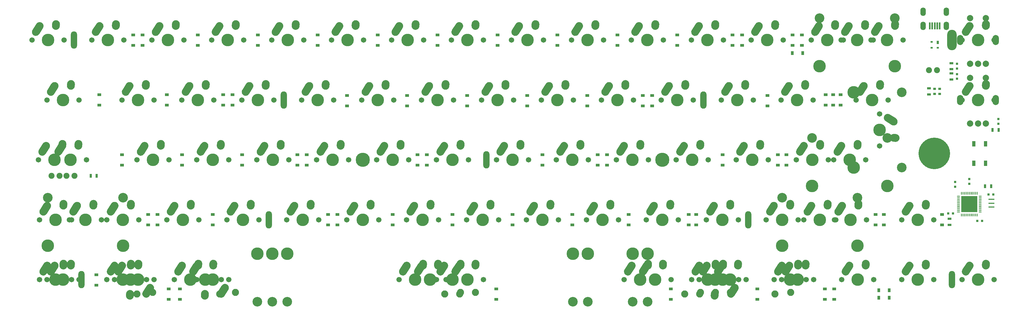
<source format=gbr>
%TF.GenerationSoftware,KiCad,Pcbnew,(5.1.10)-1*%
%TF.CreationDate,2022-05-31T16:30:18+07:00*%
%TF.ProjectId,Leopold Replacement,4c656f70-6f6c-4642-9052-65706c616365,rev?*%
%TF.SameCoordinates,Original*%
%TF.FileFunction,Soldermask,Bot*%
%TF.FilePolarity,Negative*%
%FSLAX46Y46*%
G04 Gerber Fmt 4.6, Leading zero omitted, Abs format (unit mm)*
G04 Created by KiCad (PCBNEW (5.1.10)-1) date 2022-05-31 16:30:18*
%MOMM*%
%LPD*%
G01*
G04 APERTURE LIST*
%ADD10C,2.250000*%
%ADD11C,3.987800*%
%ADD12C,1.701800*%
%ADD13C,3.048000*%
%ADD14R,0.950000X0.800000*%
%ADD15R,1.300000X0.700000*%
%ADD16C,1.905000*%
%ADD17R,1.200000X0.900000*%
%ADD18R,0.900000X1.200000*%
%ADD19C,2.000000*%
%ADD20O,2.000000X3.200000*%
%ADD21R,0.700000X1.300000*%
%ADD22R,0.750000X0.800000*%
%ADD23R,1.900000X0.400000*%
%ADD24O,1.700000X2.700000*%
%ADD25R,0.500000X2.250000*%
%ADD26C,4.500000*%
%ADD27R,0.700000X0.600000*%
%ADD28R,0.700000X1.000000*%
%ADD29O,2.000000X5.500000*%
%ADD30O,3.000000X6.500000*%
%ADD31C,10.000000*%
%ADD32R,1.100000X1.800000*%
%ADD33R,5.150000X5.150000*%
%ADD34R,0.800000X0.750000*%
G04 APERTURE END LIST*
D10*
%TO.C,MX95*%
X217214750Y-91045000D03*
X222214750Y-90545000D03*
%TD*%
D11*
%TO.C,MX96*%
X224468250Y-86545000D03*
D12*
X229548250Y-86545000D03*
X219388250Y-86545000D03*
G36*
G01*
X229381951Y-89787810D02*
X228173027Y-91685440D01*
G75*
G02*
X226447163Y-92068054I-1054239J671625D01*
G01*
X226447163Y-92068054D01*
G75*
G02*
X226064549Y-90342190I671625J1054239D01*
G01*
X227273473Y-88444560D01*
G75*
G02*
X228999337Y-88061946I1054239J-671625D01*
G01*
X228999337Y-88061946D01*
G75*
G02*
X229381951Y-89787810I-671625J-1054239D01*
G01*
G37*
G36*
G01*
X223215079Y-91130691D02*
X223175631Y-91709347D01*
G75*
G02*
X221843507Y-92871433I-1247105J85019D01*
G01*
X221843507Y-92871433D01*
G75*
G02*
X220681421Y-91539309I85019J1247105D01*
G01*
X220720869Y-90960653D01*
G75*
G02*
X222052993Y-89798567I1247105J-85019D01*
G01*
X222052993Y-89798567D01*
G75*
G02*
X223215079Y-91130691I-85019J-1247105D01*
G01*
G37*
%TD*%
D11*
%TO.C,MX52*%
X255259000Y-67535000D03*
D12*
X250179000Y-67535000D03*
X260339000Y-67535000D03*
D13*
X243321000Y-60550000D03*
X267197000Y-60550000D03*
D11*
X243321000Y-75790000D03*
X267197000Y-75790000D03*
G36*
G01*
X250345299Y-64292190D02*
X251554223Y-62394560D01*
G75*
G02*
X253280087Y-62011946I1054239J-671625D01*
G01*
X253280087Y-62011946D01*
G75*
G02*
X253662701Y-63737810I-671625J-1054239D01*
G01*
X252453777Y-65635440D01*
G75*
G02*
X250727913Y-66018054I-1054239J671625D01*
G01*
X250727913Y-66018054D01*
G75*
G02*
X250345299Y-64292190I671625J1054239D01*
G01*
G37*
G36*
G01*
X256512171Y-62949309D02*
X256551619Y-62370653D01*
G75*
G02*
X257883743Y-61208567I1247105J-85019D01*
G01*
X257883743Y-61208567D01*
G75*
G02*
X259045829Y-62540691I-85019J-1247105D01*
G01*
X259006381Y-63119347D01*
G75*
G02*
X257674257Y-64281433I-1247105J85019D01*
G01*
X257674257Y-64281433D01*
G75*
G02*
X256512171Y-62949309I85019J1247105D01*
G01*
G37*
%TD*%
%TO.C,MX35*%
X176842500Y-48525000D03*
D12*
X171762500Y-48525000D03*
X181922500Y-48525000D03*
G36*
G01*
X171928799Y-45282190D02*
X173137723Y-43384560D01*
G75*
G02*
X174863587Y-43001946I1054239J-671625D01*
G01*
X174863587Y-43001946D01*
G75*
G02*
X175246201Y-44727810I-671625J-1054239D01*
G01*
X174037277Y-46625440D01*
G75*
G02*
X172311413Y-47008054I-1054239J671625D01*
G01*
X172311413Y-47008054D01*
G75*
G02*
X171928799Y-45282190I671625J1054239D01*
G01*
G37*
G36*
G01*
X178095671Y-43939309D02*
X178135119Y-43360653D01*
G75*
G02*
X179467243Y-42198567I1247105J-85019D01*
G01*
X179467243Y-42198567D01*
G75*
G02*
X180629329Y-43530691I-85019J-1247105D01*
G01*
X180589881Y-44109347D01*
G75*
G02*
X179257757Y-45271433I-1247105J85019D01*
G01*
X179257757Y-45271433D01*
G75*
G02*
X178095671Y-43939309I85019J1247105D01*
G01*
G37*
%TD*%
D14*
%TO.C,R4*%
X291704840Y-25964220D03*
X291704840Y-27614220D03*
%TD*%
%TO.C,R3*%
X293304840Y-25964220D03*
X293304840Y-27614220D03*
%TD*%
D15*
%TO.C,R9*%
X289918892Y-27739220D03*
X289918892Y-25839220D03*
%TD*%
D16*
%TO.C,D72*%
X292472500Y-20010000D03*
X289932500Y-20010000D03*
%TD*%
%TO.C,MX29*%
G36*
G01*
X144828171Y-5919309D02*
X144867619Y-5340653D01*
G75*
G02*
X146199743Y-4178567I1247105J-85019D01*
G01*
X146199743Y-4178567D01*
G75*
G02*
X147361829Y-5510691I-85019J-1247105D01*
G01*
X147322381Y-6089347D01*
G75*
G02*
X145990257Y-7251433I-1247105J85019D01*
G01*
X145990257Y-7251433D01*
G75*
G02*
X144828171Y-5919309I85019J1247105D01*
G01*
G37*
G36*
G01*
X138661299Y-7262190D02*
X139870223Y-5364560D01*
G75*
G02*
X141596087Y-4981946I1054239J-671625D01*
G01*
X141596087Y-4981946D01*
G75*
G02*
X141978701Y-6707810I-671625J-1054239D01*
G01*
X140769777Y-8605440D01*
G75*
G02*
X139043913Y-8988054I-1054239J671625D01*
G01*
X139043913Y-8988054D01*
G75*
G02*
X138661299Y-7262190I671625J1054239D01*
G01*
G37*
D12*
X148655000Y-10505000D03*
X138495000Y-10505000D03*
D11*
X143575000Y-10505000D03*
%TD*%
D17*
%TO.C,D46*%
X238720932Y-28115800D03*
X238720932Y-31415800D03*
%TD*%
%TO.C,D42*%
X202120932Y-28115800D03*
X202120932Y-31415800D03*
%TD*%
%TO.C,D38*%
X199120932Y-28115800D03*
X199120932Y-31415800D03*
%TD*%
%TO.C,D34*%
X181570932Y-28115800D03*
X181570932Y-31415800D03*
%TD*%
%TO.C,D30*%
X162520932Y-28115800D03*
X162520932Y-31415800D03*
%TD*%
%TO.C,D26*%
X143470932Y-28115800D03*
X143470932Y-31415800D03*
%TD*%
%TO.C,D22*%
X124420932Y-28115800D03*
X124420932Y-31415800D03*
%TD*%
%TO.C,D18*%
X105370932Y-28115800D03*
X105370932Y-31415800D03*
%TD*%
%TO.C,D14*%
X69056656Y-27818142D03*
X69056656Y-31118142D03*
%TD*%
%TO.C,D10*%
X66080076Y-27818142D03*
X66080076Y-31118142D03*
%TD*%
%TO.C,D6*%
X48220596Y-27818142D03*
X48220596Y-31118142D03*
%TD*%
%TO.C,D2*%
X26789220Y-27818142D03*
X26789220Y-31118142D03*
%TD*%
%TO.C,D50*%
X257176512Y-27818142D03*
X257176512Y-31118142D03*
%TD*%
%TO.C,D51*%
X244674876Y-46868254D03*
X244674876Y-50168254D03*
%TD*%
D18*
%TO.C,D61*%
X249896772Y-14585242D03*
X246596772Y-14585242D03*
%TD*%
D17*
%TO.C,D62*%
X261939040Y-27818142D03*
X261939040Y-31118142D03*
%TD*%
%TO.C,MX51*%
G36*
G01*
X266017171Y-43939309D02*
X266056619Y-43360653D01*
G75*
G02*
X267388743Y-42198567I1247105J-85019D01*
G01*
X267388743Y-42198567D01*
G75*
G02*
X268550829Y-43530691I-85019J-1247105D01*
G01*
X268511381Y-44109347D01*
G75*
G02*
X267179257Y-45271433I-1247105J85019D01*
G01*
X267179257Y-45271433D01*
G75*
G02*
X266017171Y-43939309I85019J1247105D01*
G01*
G37*
G36*
G01*
X259850299Y-45282190D02*
X261059223Y-43384560D01*
G75*
G02*
X262785087Y-43001946I1054239J-671625D01*
G01*
X262785087Y-43001946D01*
G75*
G02*
X263167701Y-44727810I-671625J-1054239D01*
G01*
X261958777Y-46625440D01*
G75*
G02*
X260232913Y-47008054I-1054239J671625D01*
G01*
X260232913Y-47008054D01*
G75*
G02*
X259850299Y-45282190I671625J1054239D01*
G01*
G37*
D11*
X276702000Y-56780000D03*
X252826000Y-56780000D03*
D13*
X276702000Y-41540000D03*
X252826000Y-41540000D03*
D12*
X269844000Y-48525000D03*
X259684000Y-48525000D03*
D11*
X264764000Y-48525000D03*
%TD*%
D19*
%TO.C,SW3*%
X307960000Y-22515000D03*
X302960000Y-22515000D03*
D20*
X311060000Y-29515000D03*
X299860000Y-29515000D03*
D19*
X307960000Y-37015000D03*
X305460000Y-37015000D03*
X302960000Y-37015000D03*
%TD*%
%TO.C,SW2*%
X302960000Y-18005000D03*
X305460000Y-18005000D03*
X307960000Y-18005000D03*
D20*
X299860000Y-10505000D03*
X311060000Y-10505000D03*
D19*
X302960000Y-3505000D03*
X307960000Y-3505000D03*
%TD*%
D21*
%TO.C,R7*%
X312002610Y-38993198D03*
X310102610Y-38993198D03*
%TD*%
D15*
%TO.C,R2*%
X297062684Y-22976692D03*
X297062684Y-21076692D03*
%TD*%
%TO.C,R1*%
X297062684Y-19702454D03*
X297062684Y-17802454D03*
%TD*%
D22*
%TO.C,C8*%
X311945584Y-35564276D03*
X311945584Y-37064276D03*
%TD*%
%TO.C,C3*%
X298848632Y-21276692D03*
X298848632Y-22776692D03*
%TD*%
%TO.C,C2*%
X298848632Y-18002454D03*
X298848632Y-19502454D03*
%TD*%
%TO.C,C6*%
X302718186Y-54614388D03*
X302718186Y-56114388D03*
%TD*%
D17*
%TO.C,D3*%
X33934244Y-46868254D03*
X33934244Y-50168254D03*
%TD*%
%TO.C,D7*%
X52984244Y-46868254D03*
X52984244Y-50168254D03*
%TD*%
%TO.C,D43*%
X224434244Y-46868254D03*
X224434244Y-50168254D03*
%TD*%
%TO.C,D31*%
X167284244Y-46868254D03*
X167284244Y-50168254D03*
%TD*%
%TO.C,D27*%
X130684244Y-46868254D03*
X130684244Y-50168254D03*
%TD*%
%TO.C,D11*%
X72034244Y-46868254D03*
X72034244Y-50168254D03*
%TD*%
%TO.C,D23*%
X127684244Y-46868254D03*
X127684244Y-50168254D03*
%TD*%
%TO.C,D35*%
X184834244Y-46868254D03*
X184834244Y-50168254D03*
%TD*%
%TO.C,D15*%
X89584244Y-46868254D03*
X89584244Y-50168254D03*
%TD*%
%TO.C,D39*%
X187834244Y-46868254D03*
X187834244Y-50168254D03*
%TD*%
%TO.C,D47*%
X241995954Y-46868254D03*
X241995954Y-50168254D03*
%TD*%
%TO.C,D19*%
X92584244Y-46868254D03*
X92584244Y-50168254D03*
%TD*%
D23*
%TO.C,Y1*%
X309718186Y-61057760D03*
X309718186Y-62257760D03*
X309718186Y-63457760D03*
%TD*%
D11*
%TO.C,MX94*%
X200724750Y-78290000D03*
X86424750Y-78290000D03*
D13*
X86424750Y-93530000D03*
X200724750Y-93530000D03*
G36*
G01*
X144827921Y-81959309D02*
X144867369Y-81380653D01*
G75*
G02*
X146199493Y-80218567I1247105J-85019D01*
G01*
X146199493Y-80218567D01*
G75*
G02*
X147361579Y-81550691I-85019J-1247105D01*
G01*
X147322131Y-82129347D01*
G75*
G02*
X145990007Y-83291433I-1247105J85019D01*
G01*
X145990007Y-83291433D01*
G75*
G02*
X144827921Y-81959309I85019J1247105D01*
G01*
G37*
G36*
G01*
X138661049Y-83302190D02*
X139869973Y-81404560D01*
G75*
G02*
X141595837Y-81021946I1054239J-671625D01*
G01*
X141595837Y-81021946D01*
G75*
G02*
X141978451Y-82747810I-671625J-1054239D01*
G01*
X140769527Y-84645440D01*
G75*
G02*
X139043663Y-85028054I-1054239J671625D01*
G01*
X139043663Y-85028054D01*
G75*
G02*
X138661049Y-83302190I671625J1054239D01*
G01*
G37*
D12*
X148654750Y-86545000D03*
X138494750Y-86545000D03*
D11*
X143574750Y-86545000D03*
%TD*%
D10*
%TO.C,MX92*%
X64934750Y-91045000D03*
X69934750Y-90545000D03*
%TD*%
%TO.C,MX90*%
X38750000Y-91045000D03*
X43750000Y-90545000D03*
%TD*%
%TO.C,MX93*%
G36*
G01*
X61529329Y-91130691D02*
X61489881Y-91709347D01*
G75*
G02*
X60157757Y-92871433I-1247105J85019D01*
G01*
X60157757Y-92871433D01*
G75*
G02*
X58995671Y-91539309I85019J1247105D01*
G01*
X59035119Y-90960653D01*
G75*
G02*
X60367243Y-89798567I1247105J-85019D01*
G01*
X60367243Y-89798567D01*
G75*
G02*
X61529329Y-91130691I-85019J-1247105D01*
G01*
G37*
G36*
G01*
X67696201Y-89787810D02*
X66487277Y-91685440D01*
G75*
G02*
X64761413Y-92068054I-1054239J671625D01*
G01*
X64761413Y-92068054D01*
G75*
G02*
X64378799Y-90342190I671625J1054239D01*
G01*
X65587723Y-88444560D01*
G75*
G02*
X67313587Y-88061946I1054239J-671625D01*
G01*
X67313587Y-88061946D01*
G75*
G02*
X67696201Y-89787810I-671625J-1054239D01*
G01*
G37*
D12*
X57702500Y-86545000D03*
X67862500Y-86545000D03*
D11*
X62782500Y-86545000D03*
%TD*%
%TO.C,MX91*%
X39020000Y-86545000D03*
D12*
X44100000Y-86545000D03*
X33940000Y-86545000D03*
G36*
G01*
X43933701Y-89787810D02*
X42724777Y-91685440D01*
G75*
G02*
X40998913Y-92068054I-1054239J671625D01*
G01*
X40998913Y-92068054D01*
G75*
G02*
X40616299Y-90342190I671625J1054239D01*
G01*
X41825223Y-88444560D01*
G75*
G02*
X43551087Y-88061946I1054239J-671625D01*
G01*
X43551087Y-88061946D01*
G75*
G02*
X43933701Y-89787810I-671625J-1054239D01*
G01*
G37*
G36*
G01*
X37766829Y-91130691D02*
X37727381Y-91709347D01*
G75*
G02*
X36395257Y-92871433I-1247105J85019D01*
G01*
X36395257Y-92871433D01*
G75*
G02*
X35233171Y-91539309I85019J1247105D01*
G01*
X35272619Y-90960653D01*
G75*
G02*
X36604743Y-89798567I1247105J-85019D01*
G01*
X36604743Y-89798567D01*
G75*
G02*
X37766829Y-91130691I-85019J-1247105D01*
G01*
G37*
%TD*%
D24*
%TO.C,J1*%
X288100000Y-1500000D03*
X295400000Y-1500000D03*
X295400000Y-6000000D03*
X288100000Y-6000000D03*
D25*
X290150000Y-6000000D03*
X290950000Y-6000000D03*
X291750000Y-6000000D03*
X292550000Y-6000000D03*
X293350000Y-6000000D03*
%TD*%
D17*
%TO.C,D44*%
X213717367Y-65885000D03*
X213717367Y-69185000D03*
%TD*%
%TO.C,D40*%
X194707367Y-65885000D03*
X194707367Y-69185000D03*
%TD*%
%TO.C,MX89*%
G36*
G01*
X244630671Y-62949309D02*
X244670119Y-62370653D01*
G75*
G02*
X246002243Y-61208567I1247105J-85019D01*
G01*
X246002243Y-61208567D01*
G75*
G02*
X247164329Y-62540691I-85019J-1247105D01*
G01*
X247124881Y-63119347D01*
G75*
G02*
X245792757Y-64281433I-1247105J85019D01*
G01*
X245792757Y-64281433D01*
G75*
G02*
X244630671Y-62949309I85019J1247105D01*
G01*
G37*
G36*
G01*
X238463799Y-64292190D02*
X239672723Y-62394560D01*
G75*
G02*
X241398587Y-62011946I1054239J-671625D01*
G01*
X241398587Y-62011946D01*
G75*
G02*
X241781201Y-63737810I-671625J-1054239D01*
G01*
X240572277Y-65635440D01*
G75*
G02*
X238846413Y-66018054I-1054239J671625D01*
G01*
X238846413Y-66018054D01*
G75*
G02*
X238463799Y-64292190I671625J1054239D01*
G01*
G37*
D12*
X248457500Y-67535000D03*
X238297500Y-67535000D03*
D11*
X243377500Y-67535000D03*
%TD*%
%TO.C,MX64*%
X274269000Y-39020000D03*
D12*
X274269000Y-33940000D03*
X274269000Y-44100000D03*
D13*
X281254000Y-27082000D03*
X281254000Y-50958000D03*
D11*
X266014000Y-27082000D03*
X266014000Y-50958000D03*
G36*
G01*
X277511810Y-34106299D02*
X279409440Y-35315223D01*
G75*
G02*
X279792054Y-37041087I-671625J-1054239D01*
G01*
X279792054Y-37041087D01*
G75*
G02*
X278066190Y-37423701I-1054239J671625D01*
G01*
X276168560Y-36214777D01*
G75*
G02*
X275785946Y-34488913I671625J1054239D01*
G01*
X275785946Y-34488913D01*
G75*
G02*
X277511810Y-34106299I1054239J-671625D01*
G01*
G37*
G36*
G01*
X278854691Y-40273171D02*
X279433347Y-40312619D01*
G75*
G02*
X280595433Y-41644743I-85019J-1247105D01*
G01*
X280595433Y-41644743D01*
G75*
G02*
X279263309Y-42806829I-1247105J85019D01*
G01*
X278684653Y-42767381D01*
G75*
G02*
X277522567Y-41435257I85019J1247105D01*
G01*
X277522567Y-41435257D01*
G75*
G02*
X278854691Y-40273171I1247105J-85019D01*
G01*
G37*
%TD*%
%TO.C,MX65*%
G36*
G01*
X254135171Y-43939309D02*
X254174619Y-43360653D01*
G75*
G02*
X255506743Y-42198567I1247105J-85019D01*
G01*
X255506743Y-42198567D01*
G75*
G02*
X256668829Y-43530691I-85019J-1247105D01*
G01*
X256629381Y-44109347D01*
G75*
G02*
X255297257Y-45271433I-1247105J85019D01*
G01*
X255297257Y-45271433D01*
G75*
G02*
X254135171Y-43939309I85019J1247105D01*
G01*
G37*
G36*
G01*
X247968299Y-45282190D02*
X249177223Y-43384560D01*
G75*
G02*
X250903087Y-43001946I1054239J-671625D01*
G01*
X250903087Y-43001946D01*
G75*
G02*
X251285701Y-44727810I-671625J-1054239D01*
G01*
X250076777Y-46625440D01*
G75*
G02*
X248350913Y-47008054I-1054239J671625D01*
G01*
X248350913Y-47008054D01*
G75*
G02*
X247968299Y-45282190I671625J1054239D01*
G01*
G37*
D12*
X257962000Y-48525000D03*
X247802000Y-48525000D03*
D11*
X252882000Y-48525000D03*
%TD*%
D26*
%TO.C,H16*%
X205358000Y-48525000D03*
%TD*%
%TO.C,H15*%
X110308000Y-48525000D03*
%TD*%
D27*
%TO.C,U1*%
X290750000Y-12950000D03*
X292750000Y-12950000D03*
X290750000Y-11050000D03*
D28*
X292750000Y-11250000D03*
%TD*%
D29*
%TO.C,H10*%
X21131200Y-86545000D03*
%TD*%
D30*
%TO.C,J2*%
X297210000Y-10505000D03*
%TD*%
D29*
%TO.C,H14*%
X18755000Y-10504999D03*
%TD*%
%TO.C,H13*%
X232617000Y-67535000D03*
%TD*%
%TO.C,H12*%
X297210000Y-86545000D03*
%TD*%
%TO.C,H11*%
X85290000Y-29515000D03*
%TD*%
%TO.C,H9*%
X218360000Y-29515000D03*
%TD*%
%TO.C,H8*%
X80537500Y-67535000D03*
%TD*%
%TO.C,H7*%
X149582000Y-48525000D03*
%TD*%
D31*
%TO.C,H6*%
X291577000Y-46440000D03*
%TD*%
D16*
%TO.C,D71*%
X14151200Y-53605000D03*
X11611200Y-53605000D03*
%TD*%
D11*
%TO.C,MX87*%
X12553700Y-48525000D03*
D12*
X7473700Y-48525000D03*
X17633700Y-48525000D03*
G36*
G01*
X7639999Y-45282190D02*
X8848923Y-43384560D01*
G75*
G02*
X10574787Y-43001946I1054239J-671625D01*
G01*
X10574787Y-43001946D01*
G75*
G02*
X10957401Y-44727810I-671625J-1054239D01*
G01*
X9748477Y-46625440D01*
G75*
G02*
X8022613Y-47008054I-1054239J671625D01*
G01*
X8022613Y-47008054D01*
G75*
G02*
X7639999Y-45282190I671625J1054239D01*
G01*
G37*
G36*
G01*
X13806871Y-43939309D02*
X13846319Y-43360653D01*
G75*
G02*
X15178443Y-42198567I1247105J-85019D01*
G01*
X15178443Y-42198567D01*
G75*
G02*
X16340529Y-43530691I-85019J-1247105D01*
G01*
X16301081Y-44109347D01*
G75*
G02*
X14968957Y-45271433I-1247105J85019D01*
G01*
X14968957Y-45271433D01*
G75*
G02*
X13806871Y-43939309I85019J1247105D01*
G01*
G37*
%TD*%
%TO.C,MX88*%
G36*
G01*
X16510671Y-81959309D02*
X16550119Y-81380653D01*
G75*
G02*
X17882243Y-80218567I1247105J-85019D01*
G01*
X17882243Y-80218567D01*
G75*
G02*
X19044329Y-81550691I-85019J-1247105D01*
G01*
X19004881Y-82129347D01*
G75*
G02*
X17672757Y-83291433I-1247105J85019D01*
G01*
X17672757Y-83291433D01*
G75*
G02*
X16510671Y-81959309I85019J1247105D01*
G01*
G37*
G36*
G01*
X10343799Y-83302190D02*
X11552723Y-81404560D01*
G75*
G02*
X13278587Y-81021946I1054239J-671625D01*
G01*
X13278587Y-81021946D01*
G75*
G02*
X13661201Y-82747810I-671625J-1054239D01*
G01*
X12452277Y-84645440D01*
G75*
G02*
X10726413Y-85028054I-1054239J671625D01*
G01*
X10726413Y-85028054D01*
G75*
G02*
X10343799Y-83302190I671625J1054239D01*
G01*
G37*
X20337500Y-86545000D03*
X10177500Y-86545000D03*
D11*
X15257500Y-86545000D03*
%TD*%
%TO.C,MX44*%
X205357500Y-67535000D03*
D12*
X200277500Y-67535000D03*
X210437500Y-67535000D03*
G36*
G01*
X200443799Y-64292190D02*
X201652723Y-62394560D01*
G75*
G02*
X203378587Y-62011946I1054239J-671625D01*
G01*
X203378587Y-62011946D01*
G75*
G02*
X203761201Y-63737810I-671625J-1054239D01*
G01*
X202552277Y-65635440D01*
G75*
G02*
X200826413Y-66018054I-1054239J671625D01*
G01*
X200826413Y-66018054D01*
G75*
G02*
X200443799Y-64292190I671625J1054239D01*
G01*
G37*
G36*
G01*
X206610671Y-62949309D02*
X206650119Y-62370653D01*
G75*
G02*
X207982243Y-61208567I1247105J-85019D01*
G01*
X207982243Y-61208567D01*
G75*
G02*
X209144329Y-62540691I-85019J-1247105D01*
G01*
X209104881Y-63119347D01*
G75*
G02*
X207772757Y-64281433I-1247105J85019D01*
G01*
X207772757Y-64281433D01*
G75*
G02*
X206610671Y-62949309I85019J1247105D01*
G01*
G37*
%TD*%
D11*
%TO.C,MX86*%
X195972250Y-78290000D03*
X81672250Y-78290000D03*
D13*
X81672250Y-93530000D03*
X195972250Y-93530000D03*
G36*
G01*
X140075421Y-81959309D02*
X140114869Y-81380653D01*
G75*
G02*
X141446993Y-80218567I1247105J-85019D01*
G01*
X141446993Y-80218567D01*
G75*
G02*
X142609079Y-81550691I-85019J-1247105D01*
G01*
X142569631Y-82129347D01*
G75*
G02*
X141237507Y-83291433I-1247105J85019D01*
G01*
X141237507Y-83291433D01*
G75*
G02*
X140075421Y-81959309I85019J1247105D01*
G01*
G37*
G36*
G01*
X133908549Y-83302190D02*
X135117473Y-81404560D01*
G75*
G02*
X136843337Y-81021946I1054239J-671625D01*
G01*
X136843337Y-81021946D01*
G75*
G02*
X137225951Y-82747810I-671625J-1054239D01*
G01*
X136017027Y-84645440D01*
G75*
G02*
X134291163Y-85028054I-1054239J671625D01*
G01*
X134291163Y-85028054D01*
G75*
G02*
X133908549Y-83302190I671625J1054239D01*
G01*
G37*
D12*
X143902250Y-86545000D03*
X133742250Y-86545000D03*
D11*
X138822250Y-86545000D03*
%TD*%
D10*
%TO.C,MX85*%
X141322250Y-90545000D03*
X136322250Y-91045000D03*
%TD*%
%TO.C,MX73*%
X146074750Y-90545000D03*
X141074750Y-91045000D03*
%TD*%
%TO.C,MX71*%
X217462250Y-90545000D03*
X212462250Y-91045000D03*
%TD*%
%TO.C,MX70*%
X241027750Y-91045000D03*
X246027750Y-90545000D03*
%TD*%
%TO.C,MX69*%
X226967250Y-90545000D03*
X221967250Y-91045000D03*
%TD*%
D11*
%TO.C,MX72*%
X219714750Y-86545000D03*
D12*
X214634750Y-86545000D03*
X224794750Y-86545000D03*
G36*
G01*
X214801049Y-83302190D02*
X216009973Y-81404560D01*
G75*
G02*
X217735837Y-81021946I1054239J-671625D01*
G01*
X217735837Y-81021946D01*
G75*
G02*
X218118451Y-82747810I-671625J-1054239D01*
G01*
X216909527Y-84645440D01*
G75*
G02*
X215183663Y-85028054I-1054239J671625D01*
G01*
X215183663Y-85028054D01*
G75*
G02*
X214801049Y-83302190I671625J1054239D01*
G01*
G37*
G36*
G01*
X220967921Y-81959309D02*
X221007369Y-81380653D01*
G75*
G02*
X222339493Y-80218567I1247105J-85019D01*
G01*
X222339493Y-80218567D01*
G75*
G02*
X223501579Y-81550691I-85019J-1247105D01*
G01*
X223462131Y-82129347D01*
G75*
G02*
X222130007Y-83291433I-1247105J85019D01*
G01*
X222130007Y-83291433D01*
G75*
G02*
X220967921Y-81959309I85019J1247105D01*
G01*
G37*
%TD*%
D11*
%TO.C,MX68*%
X55653700Y-86545000D03*
D12*
X50573700Y-86545000D03*
X60733700Y-86545000D03*
G36*
G01*
X50739999Y-83302190D02*
X51948923Y-81404560D01*
G75*
G02*
X53674787Y-81021946I1054239J-671625D01*
G01*
X53674787Y-81021946D01*
G75*
G02*
X54057401Y-82747810I-671625J-1054239D01*
G01*
X52848477Y-84645440D01*
G75*
G02*
X51122613Y-85028054I-1054239J671625D01*
G01*
X51122613Y-85028054D01*
G75*
G02*
X50739999Y-83302190I671625J1054239D01*
G01*
G37*
G36*
G01*
X56906871Y-81959309D02*
X56946319Y-81380653D01*
G75*
G02*
X58278443Y-80218567I1247105J-85019D01*
G01*
X58278443Y-80218567D01*
G75*
G02*
X59440529Y-81550691I-85019J-1247105D01*
G01*
X59401081Y-82129347D01*
G75*
G02*
X58068957Y-83291433I-1247105J85019D01*
G01*
X58068957Y-83291433D01*
G75*
G02*
X56906871Y-81959309I85019J1247105D01*
G01*
G37*
%TD*%
%TO.C,MX67*%
G36*
G01*
X35520671Y-81959309D02*
X35560119Y-81380653D01*
G75*
G02*
X36892243Y-80218567I1247105J-85019D01*
G01*
X36892243Y-80218567D01*
G75*
G02*
X38054329Y-81550691I-85019J-1247105D01*
G01*
X38014881Y-82129347D01*
G75*
G02*
X36682757Y-83291433I-1247105J85019D01*
G01*
X36682757Y-83291433D01*
G75*
G02*
X35520671Y-81959309I85019J1247105D01*
G01*
G37*
G36*
G01*
X29353799Y-83302190D02*
X30562723Y-81404560D01*
G75*
G02*
X32288587Y-81021946I1054239J-671625D01*
G01*
X32288587Y-81021946D01*
G75*
G02*
X32671201Y-82747810I-671625J-1054239D01*
G01*
X31462277Y-84645440D01*
G75*
G02*
X29736413Y-85028054I-1054239J671625D01*
G01*
X29736413Y-85028054D01*
G75*
G02*
X29353799Y-83302190I671625J1054239D01*
G01*
G37*
X39347500Y-86545000D03*
X29187500Y-86545000D03*
D11*
X34267500Y-86545000D03*
%TD*%
%TO.C,MX66*%
G36*
G01*
X61659371Y-81959309D02*
X61698819Y-81380653D01*
G75*
G02*
X63030943Y-80218567I1247105J-85019D01*
G01*
X63030943Y-80218567D01*
G75*
G02*
X64193029Y-81550691I-85019J-1247105D01*
G01*
X64153581Y-82129347D01*
G75*
G02*
X62821457Y-83291433I-1247105J85019D01*
G01*
X62821457Y-83291433D01*
G75*
G02*
X61659371Y-81959309I85019J1247105D01*
G01*
G37*
G36*
G01*
X55492499Y-83302190D02*
X56701423Y-81404560D01*
G75*
G02*
X58427287Y-81021946I1054239J-671625D01*
G01*
X58427287Y-81021946D01*
G75*
G02*
X58809901Y-82747810I-671625J-1054239D01*
G01*
X57600977Y-84645440D01*
G75*
G02*
X55875113Y-85028054I-1054239J671625D01*
G01*
X55875113Y-85028054D01*
G75*
G02*
X55492499Y-83302190I671625J1054239D01*
G01*
G37*
D12*
X65486200Y-86545000D03*
X55326200Y-86545000D03*
D11*
X60406200Y-86545000D03*
%TD*%
%TO.C,MX59*%
X36643750Y-86545000D03*
D12*
X31563750Y-86545000D03*
X41723750Y-86545000D03*
G36*
G01*
X31730049Y-83302190D02*
X32938973Y-81404560D01*
G75*
G02*
X34664837Y-81021946I1054239J-671625D01*
G01*
X34664837Y-81021946D01*
G75*
G02*
X35047451Y-82747810I-671625J-1054239D01*
G01*
X33838527Y-84645440D01*
G75*
G02*
X32112663Y-85028054I-1054239J671625D01*
G01*
X32112663Y-85028054D01*
G75*
G02*
X31730049Y-83302190I671625J1054239D01*
G01*
G37*
G36*
G01*
X37896921Y-81959309D02*
X37936369Y-81380653D01*
G75*
G02*
X39268493Y-80218567I1247105J-85019D01*
G01*
X39268493Y-80218567D01*
G75*
G02*
X40430579Y-81550691I-85019J-1247105D01*
G01*
X40391131Y-82129347D01*
G75*
G02*
X39059007Y-83291433I-1247105J85019D01*
G01*
X39059007Y-83291433D01*
G75*
G02*
X37896921Y-81959309I85019J1247105D01*
G01*
G37*
%TD*%
D11*
%TO.C,MX55*%
X12881200Y-86545000D03*
D12*
X7801200Y-86545000D03*
X17961200Y-86545000D03*
G36*
G01*
X7967499Y-83302190D02*
X9176423Y-81404560D01*
G75*
G02*
X10902287Y-81021946I1054239J-671625D01*
G01*
X10902287Y-81021946D01*
G75*
G02*
X11284901Y-82747810I-671625J-1054239D01*
G01*
X10075977Y-84645440D01*
G75*
G02*
X8350113Y-85028054I-1054239J671625D01*
G01*
X8350113Y-85028054D01*
G75*
G02*
X7967499Y-83302190I671625J1054239D01*
G01*
G37*
G36*
G01*
X14134371Y-81959309D02*
X14173819Y-81380653D01*
G75*
G02*
X15505943Y-80218567I1247105J-85019D01*
G01*
X15505943Y-80218567D01*
G75*
G02*
X16668029Y-81550691I-85019J-1247105D01*
G01*
X16628581Y-82129347D01*
G75*
G02*
X15296457Y-83291433I-1247105J85019D01*
G01*
X15296457Y-83291433D01*
G75*
G02*
X14134371Y-81959309I85019J1247105D01*
G01*
G37*
%TD*%
D11*
%TO.C,MX83*%
X126941000Y-86545000D03*
D12*
X121861000Y-86545000D03*
X132021000Y-86545000D03*
D13*
X176979000Y-93530000D03*
X76903000Y-93530000D03*
D11*
X176979000Y-78290000D03*
X76903000Y-78290000D03*
G36*
G01*
X122027299Y-83302190D02*
X123236223Y-81404560D01*
G75*
G02*
X124962087Y-81021946I1054239J-671625D01*
G01*
X124962087Y-81021946D01*
G75*
G02*
X125344701Y-82747810I-671625J-1054239D01*
G01*
X124135777Y-84645440D01*
G75*
G02*
X122409913Y-85028054I-1054239J671625D01*
G01*
X122409913Y-85028054D01*
G75*
G02*
X122027299Y-83302190I671625J1054239D01*
G01*
G37*
G36*
G01*
X128194171Y-81959309D02*
X128233619Y-81380653D01*
G75*
G02*
X129565743Y-80218567I1247105J-85019D01*
G01*
X129565743Y-80218567D01*
G75*
G02*
X130727829Y-81550691I-85019J-1247105D01*
G01*
X130688381Y-82129347D01*
G75*
G02*
X129356257Y-83291433I-1247105J85019D01*
G01*
X129356257Y-83291433D01*
G75*
G02*
X128194171Y-81959309I85019J1247105D01*
G01*
G37*
%TD*%
%TO.C,MX82*%
X131693500Y-86545000D03*
D12*
X126613500Y-86545000D03*
X136773500Y-86545000D03*
D13*
X181731500Y-93530000D03*
X81655500Y-93530000D03*
D11*
X181731500Y-78290000D03*
X81655500Y-78290000D03*
G36*
G01*
X126779799Y-83302190D02*
X127988723Y-81404560D01*
G75*
G02*
X129714587Y-81021946I1054239J-671625D01*
G01*
X129714587Y-81021946D01*
G75*
G02*
X130097201Y-82747810I-671625J-1054239D01*
G01*
X128888277Y-84645440D01*
G75*
G02*
X127162413Y-85028054I-1054239J671625D01*
G01*
X127162413Y-85028054D01*
G75*
G02*
X126779799Y-83302190I671625J1054239D01*
G01*
G37*
G36*
G01*
X132946671Y-81959309D02*
X132986119Y-81380653D01*
G75*
G02*
X134318243Y-80218567I1247105J-85019D01*
G01*
X134318243Y-80218567D01*
G75*
G02*
X135480329Y-81550691I-85019J-1247105D01*
G01*
X135440881Y-82129347D01*
G75*
G02*
X134108757Y-83291433I-1247105J85019D01*
G01*
X134108757Y-83291433D01*
G75*
G02*
X132946671Y-81959309I85019J1247105D01*
G01*
G37*
%TD*%
D17*
%TO.C,D70*%
X152698554Y-89433348D03*
X152698554Y-92733348D03*
%TD*%
%TO.C,MX77*%
G36*
G01*
X199532171Y-81959309D02*
X199571619Y-81380653D01*
G75*
G02*
X200903743Y-80218567I1247105J-85019D01*
G01*
X200903743Y-80218567D01*
G75*
G02*
X202065829Y-81550691I-85019J-1247105D01*
G01*
X202026381Y-82129347D01*
G75*
G02*
X200694257Y-83291433I-1247105J85019D01*
G01*
X200694257Y-83291433D01*
G75*
G02*
X199532171Y-81959309I85019J1247105D01*
G01*
G37*
G36*
G01*
X193365299Y-83302190D02*
X194574223Y-81404560D01*
G75*
G02*
X196300087Y-81021946I1054239J-671625D01*
G01*
X196300087Y-81021946D01*
G75*
G02*
X196682701Y-82747810I-671625J-1054239D01*
G01*
X195473777Y-84645440D01*
G75*
G02*
X193747913Y-85028054I-1054239J671625D01*
G01*
X193747913Y-85028054D01*
G75*
G02*
X193365299Y-83302190I671625J1054239D01*
G01*
G37*
D12*
X203359000Y-86545000D03*
X193199000Y-86545000D03*
D11*
X198279000Y-86545000D03*
%TD*%
%TO.C,MX78*%
G36*
G01*
X223344171Y-81959309D02*
X223383619Y-81380653D01*
G75*
G02*
X224715743Y-80218567I1247105J-85019D01*
G01*
X224715743Y-80218567D01*
G75*
G02*
X225877829Y-81550691I-85019J-1247105D01*
G01*
X225838381Y-82129347D01*
G75*
G02*
X224506257Y-83291433I-1247105J85019D01*
G01*
X224506257Y-83291433D01*
G75*
G02*
X223344171Y-81959309I85019J1247105D01*
G01*
G37*
G36*
G01*
X217177299Y-83302190D02*
X218386223Y-81404560D01*
G75*
G02*
X220112087Y-81021946I1054239J-671625D01*
G01*
X220112087Y-81021946D01*
G75*
G02*
X220494701Y-82747810I-671625J-1054239D01*
G01*
X219285777Y-84645440D01*
G75*
G02*
X217559913Y-85028054I-1054239J671625D01*
G01*
X217559913Y-85028054D01*
G75*
G02*
X217177299Y-83302190I671625J1054239D01*
G01*
G37*
D12*
X227171000Y-86545000D03*
X217011000Y-86545000D03*
D11*
X222091000Y-86545000D03*
%TD*%
%TO.C,MX81*%
G36*
G01*
X249533421Y-81959309D02*
X249572869Y-81380653D01*
G75*
G02*
X250904993Y-80218567I1247105J-85019D01*
G01*
X250904993Y-80218567D01*
G75*
G02*
X252067079Y-81550691I-85019J-1247105D01*
G01*
X252027631Y-82129347D01*
G75*
G02*
X250695507Y-83291433I-1247105J85019D01*
G01*
X250695507Y-83291433D01*
G75*
G02*
X249533421Y-81959309I85019J1247105D01*
G01*
G37*
G36*
G01*
X243366549Y-83302190D02*
X244575473Y-81404560D01*
G75*
G02*
X246301337Y-81021946I1054239J-671625D01*
G01*
X246301337Y-81021946D01*
G75*
G02*
X246683951Y-82747810I-671625J-1054239D01*
G01*
X245475027Y-84645440D01*
G75*
G02*
X243749163Y-85028054I-1054239J671625D01*
G01*
X243749163Y-85028054D01*
G75*
G02*
X243366549Y-83302190I671625J1054239D01*
G01*
G37*
D12*
X253360250Y-86545000D03*
X243200250Y-86545000D03*
D11*
X248280250Y-86545000D03*
%TD*%
%TO.C,MX80*%
X226843500Y-86545000D03*
D12*
X221763500Y-86545000D03*
X231923500Y-86545000D03*
G36*
G01*
X221929799Y-83302190D02*
X223138723Y-81404560D01*
G75*
G02*
X224864587Y-81021946I1054239J-671625D01*
G01*
X224864587Y-81021946D01*
G75*
G02*
X225247201Y-82747810I-671625J-1054239D01*
G01*
X224038277Y-84645440D01*
G75*
G02*
X222312413Y-85028054I-1054239J671625D01*
G01*
X222312413Y-85028054D01*
G75*
G02*
X221929799Y-83302190I671625J1054239D01*
G01*
G37*
G36*
G01*
X228096671Y-81959309D02*
X228136119Y-81380653D01*
G75*
G02*
X229468243Y-80218567I1247105J-85019D01*
G01*
X229468243Y-80218567D01*
G75*
G02*
X230630329Y-81550691I-85019J-1247105D01*
G01*
X230590881Y-82129347D01*
G75*
G02*
X229258757Y-83291433I-1247105J85019D01*
G01*
X229258757Y-83291433D01*
G75*
G02*
X228096671Y-81959309I85019J1247105D01*
G01*
G37*
%TD*%
%TO.C,MX79*%
G36*
G01*
X204284671Y-81959309D02*
X204324119Y-81380653D01*
G75*
G02*
X205656243Y-80218567I1247105J-85019D01*
G01*
X205656243Y-80218567D01*
G75*
G02*
X206818329Y-81550691I-85019J-1247105D01*
G01*
X206778881Y-82129347D01*
G75*
G02*
X205446757Y-83291433I-1247105J85019D01*
G01*
X205446757Y-83291433D01*
G75*
G02*
X204284671Y-81959309I85019J1247105D01*
G01*
G37*
G36*
G01*
X198117799Y-83302190D02*
X199326723Y-81404560D01*
G75*
G02*
X201052587Y-81021946I1054239J-671625D01*
G01*
X201052587Y-81021946D01*
G75*
G02*
X201435201Y-82747810I-671625J-1054239D01*
G01*
X200226277Y-84645440D01*
G75*
G02*
X198500413Y-85028054I-1054239J671625D01*
G01*
X198500413Y-85028054D01*
G75*
G02*
X198117799Y-83302190I671625J1054239D01*
G01*
G37*
X208111500Y-86545000D03*
X197951500Y-86545000D03*
D11*
X203031500Y-86545000D03*
%TD*%
%TO.C,MX84*%
X245904000Y-86545000D03*
D12*
X240824000Y-86545000D03*
X250984000Y-86545000D03*
G36*
G01*
X240990299Y-83302190D02*
X242199223Y-81404560D01*
G75*
G02*
X243925087Y-81021946I1054239J-671625D01*
G01*
X243925087Y-81021946D01*
G75*
G02*
X244307701Y-82747810I-671625J-1054239D01*
G01*
X243098777Y-84645440D01*
G75*
G02*
X241372913Y-85028054I-1054239J671625D01*
G01*
X241372913Y-85028054D01*
G75*
G02*
X240990299Y-83302190I671625J1054239D01*
G01*
G37*
G36*
G01*
X247157171Y-81959309D02*
X247196619Y-81380653D01*
G75*
G02*
X248528743Y-80218567I1247105J-85019D01*
G01*
X248528743Y-80218567D01*
G75*
G02*
X249690829Y-81550691I-85019J-1247105D01*
G01*
X249651381Y-82129347D01*
G75*
G02*
X248319257Y-83291433I-1247105J85019D01*
G01*
X248319257Y-83291433D01*
G75*
G02*
X247157171Y-81959309I85019J1247105D01*
G01*
G37*
%TD*%
D17*
%TO.C,D69*%
X256878854Y-89433348D03*
X256878854Y-92733348D03*
%TD*%
%TO.C,D68*%
X235447478Y-89433348D03*
X235447478Y-92733348D03*
%TD*%
%TO.C,D67*%
X208062942Y-89433348D03*
X208062942Y-92733348D03*
%TD*%
D11*
%TO.C,MX76*%
X305460000Y-86545000D03*
D12*
X300380000Y-86545000D03*
X310540000Y-86545000D03*
G36*
G01*
X300546299Y-83302190D02*
X301755223Y-81404560D01*
G75*
G02*
X303481087Y-81021946I1054239J-671625D01*
G01*
X303481087Y-81021946D01*
G75*
G02*
X303863701Y-82747810I-671625J-1054239D01*
G01*
X302654777Y-84645440D01*
G75*
G02*
X300928913Y-85028054I-1054239J671625D01*
G01*
X300928913Y-85028054D01*
G75*
G02*
X300546299Y-83302190I671625J1054239D01*
G01*
G37*
G36*
G01*
X306713171Y-81959309D02*
X306752619Y-81380653D01*
G75*
G02*
X308084743Y-80218567I1247105J-85019D01*
G01*
X308084743Y-80218567D01*
G75*
G02*
X309246829Y-81550691I-85019J-1247105D01*
G01*
X309207381Y-82129347D01*
G75*
G02*
X307875257Y-83291433I-1247105J85019D01*
G01*
X307875257Y-83291433D01*
G75*
G02*
X306713171Y-81959309I85019J1247105D01*
G01*
G37*
%TD*%
D11*
%TO.C,MX75*%
X286400000Y-86545000D03*
D12*
X281320000Y-86545000D03*
X291480000Y-86545000D03*
G36*
G01*
X281486299Y-83302190D02*
X282695223Y-81404560D01*
G75*
G02*
X284421087Y-81021946I1054239J-671625D01*
G01*
X284421087Y-81021946D01*
G75*
G02*
X284803701Y-82747810I-671625J-1054239D01*
G01*
X283594777Y-84645440D01*
G75*
G02*
X281868913Y-85028054I-1054239J671625D01*
G01*
X281868913Y-85028054D01*
G75*
G02*
X281486299Y-83302190I671625J1054239D01*
G01*
G37*
G36*
G01*
X287653171Y-81959309D02*
X287692619Y-81380653D01*
G75*
G02*
X289024743Y-80218567I1247105J-85019D01*
G01*
X289024743Y-80218567D01*
G75*
G02*
X290186829Y-81550691I-85019J-1247105D01*
G01*
X290147381Y-82129347D01*
G75*
G02*
X288815257Y-83291433I-1247105J85019D01*
G01*
X288815257Y-83291433D01*
G75*
G02*
X287653171Y-81959309I85019J1247105D01*
G01*
G37*
%TD*%
D11*
%TO.C,MX74*%
X267339999Y-86545000D03*
D12*
X262259999Y-86545000D03*
X272419999Y-86545000D03*
G36*
G01*
X262426298Y-83302190D02*
X263635222Y-81404560D01*
G75*
G02*
X265361086Y-81021946I1054239J-671625D01*
G01*
X265361086Y-81021946D01*
G75*
G02*
X265743700Y-82747810I-671625J-1054239D01*
G01*
X264534776Y-84645440D01*
G75*
G02*
X262808912Y-85028054I-1054239J671625D01*
G01*
X262808912Y-85028054D01*
G75*
G02*
X262426298Y-83302190I671625J1054239D01*
G01*
G37*
G36*
G01*
X268593170Y-81959309D02*
X268632618Y-81380653D01*
G75*
G02*
X269964742Y-80218567I1247105J-85019D01*
G01*
X269964742Y-80218567D01*
G75*
G02*
X271126828Y-81550691I-85019J-1247105D01*
G01*
X271087380Y-82129347D01*
G75*
G02*
X269755256Y-83291433I-1247105J85019D01*
G01*
X269755256Y-83291433D01*
G75*
G02*
X268593170Y-81959309I85019J1247105D01*
G01*
G37*
%TD*%
D18*
%TO.C,D66*%
X277281308Y-92273980D03*
X273981308Y-92273980D03*
%TD*%
%TO.C,D65*%
X277281308Y-89892716D03*
X273981308Y-89892716D03*
%TD*%
D17*
%TO.C,D64*%
X259855434Y-89433348D03*
X259855434Y-92733348D03*
%TD*%
%TO.C,D63*%
X52387808Y-89433348D03*
X52387808Y-92733348D03*
%TD*%
%TO.C,D60*%
X48815912Y-89433348D03*
X48815912Y-92733348D03*
%TD*%
%TO.C,D59*%
X25844500Y-84968478D03*
X25844500Y-88268478D03*
%TD*%
D32*
%TO.C,SW1*%
X304150000Y-49600000D03*
X307850000Y-43400000D03*
X307850000Y-49600000D03*
X304150000Y-43400000D03*
%TD*%
D17*
%TO.C,D24*%
X119812500Y-65885000D03*
X119812500Y-69185000D03*
%TD*%
%TO.C,D20*%
X99302500Y-65885000D03*
X99302500Y-69185000D03*
%TD*%
%TO.C,D28*%
X138822500Y-65885000D03*
X138822500Y-69185000D03*
%TD*%
%TO.C,D12*%
X62782500Y-65885000D03*
X62782500Y-69185000D03*
%TD*%
%TO.C,D16*%
X102302500Y-65885000D03*
X102302500Y-69185000D03*
%TD*%
%TO.C,D4*%
X45272500Y-65885000D03*
X45272500Y-69185000D03*
%TD*%
%TO.C,D8*%
X42272500Y-65885000D03*
X42272500Y-69185000D03*
%TD*%
%TO.C,D36*%
X176842500Y-65885000D03*
X176842500Y-69185000D03*
%TD*%
%TO.C,D32*%
X157832500Y-65885000D03*
X157832500Y-69185000D03*
%TD*%
%TO.C,D58*%
X273018750Y-69185000D03*
X273018750Y-65885000D03*
%TD*%
%TO.C,D52*%
X275629919Y-65885000D03*
X275629919Y-69185000D03*
%TD*%
%TO.C,D48*%
X216098619Y-65885000D03*
X216098619Y-69185000D03*
%TD*%
%TO.C,D56*%
X294084622Y-69185000D03*
X294084622Y-65885000D03*
%TD*%
%TO.C,D54*%
X259557776Y-27818142D03*
X259557776Y-31118142D03*
%TD*%
%TO.C,MX49*%
G36*
G01*
X239878171Y-5919309D02*
X239917619Y-5340653D01*
G75*
G02*
X241249743Y-4178567I1247105J-85019D01*
G01*
X241249743Y-4178567D01*
G75*
G02*
X242411829Y-5510691I-85019J-1247105D01*
G01*
X242372381Y-6089347D01*
G75*
G02*
X241040257Y-7251433I-1247105J85019D01*
G01*
X241040257Y-7251433D01*
G75*
G02*
X239878171Y-5919309I85019J1247105D01*
G01*
G37*
G36*
G01*
X233711299Y-7262190D02*
X234920223Y-5364560D01*
G75*
G02*
X236646087Y-4981946I1054239J-671625D01*
G01*
X236646087Y-4981946D01*
G75*
G02*
X237028701Y-6707810I-671625J-1054239D01*
G01*
X235819777Y-8605440D01*
G75*
G02*
X234093913Y-8988054I-1054239J671625D01*
G01*
X234093913Y-8988054D01*
G75*
G02*
X233711299Y-7262190I671625J1054239D01*
G01*
G37*
D12*
X243705000Y-10505000D03*
X233545000Y-10505000D03*
D11*
X238625000Y-10505000D03*
%TD*%
%TO.C,MX50*%
X248130000Y-29515000D03*
D12*
X243050000Y-29515000D03*
X253210000Y-29515000D03*
G36*
G01*
X243216299Y-26272190D02*
X244425223Y-24374560D01*
G75*
G02*
X246151087Y-23991946I1054239J-671625D01*
G01*
X246151087Y-23991946D01*
G75*
G02*
X246533701Y-25717810I-671625J-1054239D01*
G01*
X245324777Y-27615440D01*
G75*
G02*
X243598913Y-27998054I-1054239J671625D01*
G01*
X243598913Y-27998054D01*
G75*
G02*
X243216299Y-26272190I671625J1054239D01*
G01*
G37*
G36*
G01*
X249383171Y-24929309D02*
X249422619Y-24350653D01*
G75*
G02*
X250754743Y-23188567I1247105J-85019D01*
G01*
X250754743Y-23188567D01*
G75*
G02*
X251916829Y-24520691I-85019J-1247105D01*
G01*
X251877381Y-25099347D01*
G75*
G02*
X250545257Y-26261433I-1247105J85019D01*
G01*
X250545257Y-26261433D01*
G75*
G02*
X249383171Y-24929309I85019J1247105D01*
G01*
G37*
%TD*%
D11*
%TO.C,MX62*%
X305460000Y-29515000D03*
D12*
X300380000Y-29515000D03*
X310540000Y-29515000D03*
G36*
G01*
X300546299Y-26272190D02*
X301755223Y-24374560D01*
G75*
G02*
X303481087Y-23991946I1054239J-671625D01*
G01*
X303481087Y-23991946D01*
G75*
G02*
X303863701Y-25717810I-671625J-1054239D01*
G01*
X302654777Y-27615440D01*
G75*
G02*
X300928913Y-27998054I-1054239J671625D01*
G01*
X300928913Y-27998054D01*
G75*
G02*
X300546299Y-26272190I671625J1054239D01*
G01*
G37*
G36*
G01*
X306713171Y-24929309D02*
X306752619Y-24350653D01*
G75*
G02*
X308084743Y-23188567I1247105J-85019D01*
G01*
X308084743Y-23188567D01*
G75*
G02*
X309246829Y-24520691I-85019J-1247105D01*
G01*
X309207381Y-25099347D01*
G75*
G02*
X307875257Y-26261433I-1247105J85019D01*
G01*
X307875257Y-26261433D01*
G75*
G02*
X306713171Y-24929309I85019J1247105D01*
G01*
G37*
%TD*%
D16*
%TO.C,D55*%
X18903700Y-53605000D03*
X16363700Y-53605000D03*
%TD*%
D21*
%TO.C,R8*%
X24053272Y-53578440D03*
X25953272Y-53578440D03*
%TD*%
D11*
%TO.C,MX54*%
X271892000Y-29515000D03*
D12*
X266812000Y-29515000D03*
X276972000Y-29515000D03*
G36*
G01*
X266978299Y-26272190D02*
X268187223Y-24374560D01*
G75*
G02*
X269913087Y-23991946I1054239J-671625D01*
G01*
X269913087Y-23991946D01*
G75*
G02*
X270295701Y-25717810I-671625J-1054239D01*
G01*
X269086777Y-27615440D01*
G75*
G02*
X267360913Y-27998054I-1054239J671625D01*
G01*
X267360913Y-27998054D01*
G75*
G02*
X266978299Y-26272190I671625J1054239D01*
G01*
G37*
G36*
G01*
X273145171Y-24929309D02*
X273184619Y-24350653D01*
G75*
G02*
X274516743Y-23188567I1247105J-85019D01*
G01*
X274516743Y-23188567D01*
G75*
G02*
X275678829Y-24520691I-85019J-1247105D01*
G01*
X275639381Y-25099347D01*
G75*
G02*
X274307257Y-26261433I-1247105J85019D01*
G01*
X274307257Y-26261433D01*
G75*
G02*
X273145171Y-24929309I85019J1247105D01*
G01*
G37*
%TD*%
%TO.C,MX63*%
G36*
G01*
X268393171Y-5919309D02*
X268432619Y-5340653D01*
G75*
G02*
X269764743Y-4178567I1247105J-85019D01*
G01*
X269764743Y-4178567D01*
G75*
G02*
X270926829Y-5510691I-85019J-1247105D01*
G01*
X270887381Y-6089347D01*
G75*
G02*
X269555257Y-7251433I-1247105J85019D01*
G01*
X269555257Y-7251433D01*
G75*
G02*
X268393171Y-5919309I85019J1247105D01*
G01*
G37*
G36*
G01*
X262226299Y-7262190D02*
X263435223Y-5364560D01*
G75*
G02*
X265161087Y-4981946I1054239J-671625D01*
G01*
X265161087Y-4981946D01*
G75*
G02*
X265543701Y-6707810I-671625J-1054239D01*
G01*
X264334777Y-8605440D01*
G75*
G02*
X262608913Y-8988054I-1054239J671625D01*
G01*
X262608913Y-8988054D01*
G75*
G02*
X262226299Y-7262190I671625J1054239D01*
G01*
G37*
D11*
X279078000Y-18760000D03*
X255202000Y-18760000D03*
D13*
X279078000Y-3520000D03*
X255202000Y-3520000D03*
D12*
X272220000Y-10505000D03*
X262060000Y-10505000D03*
D11*
X267140000Y-10505000D03*
%TD*%
%TO.C,U2*%
G36*
G01*
X300155686Y-58682760D02*
X300280686Y-58682760D01*
G75*
G02*
X300343186Y-58745260I0J-62500D01*
G01*
X300343186Y-59495260D01*
G75*
G02*
X300280686Y-59557760I-62500J0D01*
G01*
X300155686Y-59557760D01*
G75*
G02*
X300093186Y-59495260I0J62500D01*
G01*
X300093186Y-58745260D01*
G75*
G02*
X300155686Y-58682760I62500J0D01*
G01*
G37*
G36*
G01*
X300655686Y-58682760D02*
X300780686Y-58682760D01*
G75*
G02*
X300843186Y-58745260I0J-62500D01*
G01*
X300843186Y-59495260D01*
G75*
G02*
X300780686Y-59557760I-62500J0D01*
G01*
X300655686Y-59557760D01*
G75*
G02*
X300593186Y-59495260I0J62500D01*
G01*
X300593186Y-58745260D01*
G75*
G02*
X300655686Y-58682760I62500J0D01*
G01*
G37*
G36*
G01*
X301155686Y-58682760D02*
X301280686Y-58682760D01*
G75*
G02*
X301343186Y-58745260I0J-62500D01*
G01*
X301343186Y-59495260D01*
G75*
G02*
X301280686Y-59557760I-62500J0D01*
G01*
X301155686Y-59557760D01*
G75*
G02*
X301093186Y-59495260I0J62500D01*
G01*
X301093186Y-58745260D01*
G75*
G02*
X301155686Y-58682760I62500J0D01*
G01*
G37*
G36*
G01*
X301655686Y-58682760D02*
X301780686Y-58682760D01*
G75*
G02*
X301843186Y-58745260I0J-62500D01*
G01*
X301843186Y-59495260D01*
G75*
G02*
X301780686Y-59557760I-62500J0D01*
G01*
X301655686Y-59557760D01*
G75*
G02*
X301593186Y-59495260I0J62500D01*
G01*
X301593186Y-58745260D01*
G75*
G02*
X301655686Y-58682760I62500J0D01*
G01*
G37*
G36*
G01*
X302155686Y-58682760D02*
X302280686Y-58682760D01*
G75*
G02*
X302343186Y-58745260I0J-62500D01*
G01*
X302343186Y-59495260D01*
G75*
G02*
X302280686Y-59557760I-62500J0D01*
G01*
X302155686Y-59557760D01*
G75*
G02*
X302093186Y-59495260I0J62500D01*
G01*
X302093186Y-58745260D01*
G75*
G02*
X302155686Y-58682760I62500J0D01*
G01*
G37*
G36*
G01*
X302655686Y-58682760D02*
X302780686Y-58682760D01*
G75*
G02*
X302843186Y-58745260I0J-62500D01*
G01*
X302843186Y-59495260D01*
G75*
G02*
X302780686Y-59557760I-62500J0D01*
G01*
X302655686Y-59557760D01*
G75*
G02*
X302593186Y-59495260I0J62500D01*
G01*
X302593186Y-58745260D01*
G75*
G02*
X302655686Y-58682760I62500J0D01*
G01*
G37*
G36*
G01*
X303155686Y-58682760D02*
X303280686Y-58682760D01*
G75*
G02*
X303343186Y-58745260I0J-62500D01*
G01*
X303343186Y-59495260D01*
G75*
G02*
X303280686Y-59557760I-62500J0D01*
G01*
X303155686Y-59557760D01*
G75*
G02*
X303093186Y-59495260I0J62500D01*
G01*
X303093186Y-58745260D01*
G75*
G02*
X303155686Y-58682760I62500J0D01*
G01*
G37*
G36*
G01*
X303655686Y-58682760D02*
X303780686Y-58682760D01*
G75*
G02*
X303843186Y-58745260I0J-62500D01*
G01*
X303843186Y-59495260D01*
G75*
G02*
X303780686Y-59557760I-62500J0D01*
G01*
X303655686Y-59557760D01*
G75*
G02*
X303593186Y-59495260I0J62500D01*
G01*
X303593186Y-58745260D01*
G75*
G02*
X303655686Y-58682760I62500J0D01*
G01*
G37*
G36*
G01*
X304155686Y-58682760D02*
X304280686Y-58682760D01*
G75*
G02*
X304343186Y-58745260I0J-62500D01*
G01*
X304343186Y-59495260D01*
G75*
G02*
X304280686Y-59557760I-62500J0D01*
G01*
X304155686Y-59557760D01*
G75*
G02*
X304093186Y-59495260I0J62500D01*
G01*
X304093186Y-58745260D01*
G75*
G02*
X304155686Y-58682760I62500J0D01*
G01*
G37*
G36*
G01*
X304655686Y-58682760D02*
X304780686Y-58682760D01*
G75*
G02*
X304843186Y-58745260I0J-62500D01*
G01*
X304843186Y-59495260D01*
G75*
G02*
X304780686Y-59557760I-62500J0D01*
G01*
X304655686Y-59557760D01*
G75*
G02*
X304593186Y-59495260I0J62500D01*
G01*
X304593186Y-58745260D01*
G75*
G02*
X304655686Y-58682760I62500J0D01*
G01*
G37*
G36*
G01*
X305155686Y-58682760D02*
X305280686Y-58682760D01*
G75*
G02*
X305343186Y-58745260I0J-62500D01*
G01*
X305343186Y-59495260D01*
G75*
G02*
X305280686Y-59557760I-62500J0D01*
G01*
X305155686Y-59557760D01*
G75*
G02*
X305093186Y-59495260I0J62500D01*
G01*
X305093186Y-58745260D01*
G75*
G02*
X305155686Y-58682760I62500J0D01*
G01*
G37*
G36*
G01*
X305780686Y-59932760D02*
X306530686Y-59932760D01*
G75*
G02*
X306593186Y-59995260I0J-62500D01*
G01*
X306593186Y-60120260D01*
G75*
G02*
X306530686Y-60182760I-62500J0D01*
G01*
X305780686Y-60182760D01*
G75*
G02*
X305718186Y-60120260I0J62500D01*
G01*
X305718186Y-59995260D01*
G75*
G02*
X305780686Y-59932760I62500J0D01*
G01*
G37*
G36*
G01*
X305780686Y-60432760D02*
X306530686Y-60432760D01*
G75*
G02*
X306593186Y-60495260I0J-62500D01*
G01*
X306593186Y-60620260D01*
G75*
G02*
X306530686Y-60682760I-62500J0D01*
G01*
X305780686Y-60682760D01*
G75*
G02*
X305718186Y-60620260I0J62500D01*
G01*
X305718186Y-60495260D01*
G75*
G02*
X305780686Y-60432760I62500J0D01*
G01*
G37*
G36*
G01*
X305780686Y-60932760D02*
X306530686Y-60932760D01*
G75*
G02*
X306593186Y-60995260I0J-62500D01*
G01*
X306593186Y-61120260D01*
G75*
G02*
X306530686Y-61182760I-62500J0D01*
G01*
X305780686Y-61182760D01*
G75*
G02*
X305718186Y-61120260I0J62500D01*
G01*
X305718186Y-60995260D01*
G75*
G02*
X305780686Y-60932760I62500J0D01*
G01*
G37*
G36*
G01*
X305780686Y-61432760D02*
X306530686Y-61432760D01*
G75*
G02*
X306593186Y-61495260I0J-62500D01*
G01*
X306593186Y-61620260D01*
G75*
G02*
X306530686Y-61682760I-62500J0D01*
G01*
X305780686Y-61682760D01*
G75*
G02*
X305718186Y-61620260I0J62500D01*
G01*
X305718186Y-61495260D01*
G75*
G02*
X305780686Y-61432760I62500J0D01*
G01*
G37*
G36*
G01*
X305780686Y-61932760D02*
X306530686Y-61932760D01*
G75*
G02*
X306593186Y-61995260I0J-62500D01*
G01*
X306593186Y-62120260D01*
G75*
G02*
X306530686Y-62182760I-62500J0D01*
G01*
X305780686Y-62182760D01*
G75*
G02*
X305718186Y-62120260I0J62500D01*
G01*
X305718186Y-61995260D01*
G75*
G02*
X305780686Y-61932760I62500J0D01*
G01*
G37*
G36*
G01*
X305780686Y-62432760D02*
X306530686Y-62432760D01*
G75*
G02*
X306593186Y-62495260I0J-62500D01*
G01*
X306593186Y-62620260D01*
G75*
G02*
X306530686Y-62682760I-62500J0D01*
G01*
X305780686Y-62682760D01*
G75*
G02*
X305718186Y-62620260I0J62500D01*
G01*
X305718186Y-62495260D01*
G75*
G02*
X305780686Y-62432760I62500J0D01*
G01*
G37*
G36*
G01*
X305780686Y-62932760D02*
X306530686Y-62932760D01*
G75*
G02*
X306593186Y-62995260I0J-62500D01*
G01*
X306593186Y-63120260D01*
G75*
G02*
X306530686Y-63182760I-62500J0D01*
G01*
X305780686Y-63182760D01*
G75*
G02*
X305718186Y-63120260I0J62500D01*
G01*
X305718186Y-62995260D01*
G75*
G02*
X305780686Y-62932760I62500J0D01*
G01*
G37*
G36*
G01*
X305780686Y-63432760D02*
X306530686Y-63432760D01*
G75*
G02*
X306593186Y-63495260I0J-62500D01*
G01*
X306593186Y-63620260D01*
G75*
G02*
X306530686Y-63682760I-62500J0D01*
G01*
X305780686Y-63682760D01*
G75*
G02*
X305718186Y-63620260I0J62500D01*
G01*
X305718186Y-63495260D01*
G75*
G02*
X305780686Y-63432760I62500J0D01*
G01*
G37*
G36*
G01*
X305780686Y-63932760D02*
X306530686Y-63932760D01*
G75*
G02*
X306593186Y-63995260I0J-62500D01*
G01*
X306593186Y-64120260D01*
G75*
G02*
X306530686Y-64182760I-62500J0D01*
G01*
X305780686Y-64182760D01*
G75*
G02*
X305718186Y-64120260I0J62500D01*
G01*
X305718186Y-63995260D01*
G75*
G02*
X305780686Y-63932760I62500J0D01*
G01*
G37*
G36*
G01*
X305780686Y-64432760D02*
X306530686Y-64432760D01*
G75*
G02*
X306593186Y-64495260I0J-62500D01*
G01*
X306593186Y-64620260D01*
G75*
G02*
X306530686Y-64682760I-62500J0D01*
G01*
X305780686Y-64682760D01*
G75*
G02*
X305718186Y-64620260I0J62500D01*
G01*
X305718186Y-64495260D01*
G75*
G02*
X305780686Y-64432760I62500J0D01*
G01*
G37*
G36*
G01*
X305780686Y-64932760D02*
X306530686Y-64932760D01*
G75*
G02*
X306593186Y-64995260I0J-62500D01*
G01*
X306593186Y-65120260D01*
G75*
G02*
X306530686Y-65182760I-62500J0D01*
G01*
X305780686Y-65182760D01*
G75*
G02*
X305718186Y-65120260I0J62500D01*
G01*
X305718186Y-64995260D01*
G75*
G02*
X305780686Y-64932760I62500J0D01*
G01*
G37*
G36*
G01*
X305155686Y-65557760D02*
X305280686Y-65557760D01*
G75*
G02*
X305343186Y-65620260I0J-62500D01*
G01*
X305343186Y-66370260D01*
G75*
G02*
X305280686Y-66432760I-62500J0D01*
G01*
X305155686Y-66432760D01*
G75*
G02*
X305093186Y-66370260I0J62500D01*
G01*
X305093186Y-65620260D01*
G75*
G02*
X305155686Y-65557760I62500J0D01*
G01*
G37*
G36*
G01*
X304655686Y-65557760D02*
X304780686Y-65557760D01*
G75*
G02*
X304843186Y-65620260I0J-62500D01*
G01*
X304843186Y-66370260D01*
G75*
G02*
X304780686Y-66432760I-62500J0D01*
G01*
X304655686Y-66432760D01*
G75*
G02*
X304593186Y-66370260I0J62500D01*
G01*
X304593186Y-65620260D01*
G75*
G02*
X304655686Y-65557760I62500J0D01*
G01*
G37*
G36*
G01*
X304155686Y-65557760D02*
X304280686Y-65557760D01*
G75*
G02*
X304343186Y-65620260I0J-62500D01*
G01*
X304343186Y-66370260D01*
G75*
G02*
X304280686Y-66432760I-62500J0D01*
G01*
X304155686Y-66432760D01*
G75*
G02*
X304093186Y-66370260I0J62500D01*
G01*
X304093186Y-65620260D01*
G75*
G02*
X304155686Y-65557760I62500J0D01*
G01*
G37*
G36*
G01*
X303655686Y-65557760D02*
X303780686Y-65557760D01*
G75*
G02*
X303843186Y-65620260I0J-62500D01*
G01*
X303843186Y-66370260D01*
G75*
G02*
X303780686Y-66432760I-62500J0D01*
G01*
X303655686Y-66432760D01*
G75*
G02*
X303593186Y-66370260I0J62500D01*
G01*
X303593186Y-65620260D01*
G75*
G02*
X303655686Y-65557760I62500J0D01*
G01*
G37*
G36*
G01*
X303155686Y-65557760D02*
X303280686Y-65557760D01*
G75*
G02*
X303343186Y-65620260I0J-62500D01*
G01*
X303343186Y-66370260D01*
G75*
G02*
X303280686Y-66432760I-62500J0D01*
G01*
X303155686Y-66432760D01*
G75*
G02*
X303093186Y-66370260I0J62500D01*
G01*
X303093186Y-65620260D01*
G75*
G02*
X303155686Y-65557760I62500J0D01*
G01*
G37*
G36*
G01*
X302655686Y-65557760D02*
X302780686Y-65557760D01*
G75*
G02*
X302843186Y-65620260I0J-62500D01*
G01*
X302843186Y-66370260D01*
G75*
G02*
X302780686Y-66432760I-62500J0D01*
G01*
X302655686Y-66432760D01*
G75*
G02*
X302593186Y-66370260I0J62500D01*
G01*
X302593186Y-65620260D01*
G75*
G02*
X302655686Y-65557760I62500J0D01*
G01*
G37*
G36*
G01*
X302155686Y-65557760D02*
X302280686Y-65557760D01*
G75*
G02*
X302343186Y-65620260I0J-62500D01*
G01*
X302343186Y-66370260D01*
G75*
G02*
X302280686Y-66432760I-62500J0D01*
G01*
X302155686Y-66432760D01*
G75*
G02*
X302093186Y-66370260I0J62500D01*
G01*
X302093186Y-65620260D01*
G75*
G02*
X302155686Y-65557760I62500J0D01*
G01*
G37*
G36*
G01*
X301655686Y-65557760D02*
X301780686Y-65557760D01*
G75*
G02*
X301843186Y-65620260I0J-62500D01*
G01*
X301843186Y-66370260D01*
G75*
G02*
X301780686Y-66432760I-62500J0D01*
G01*
X301655686Y-66432760D01*
G75*
G02*
X301593186Y-66370260I0J62500D01*
G01*
X301593186Y-65620260D01*
G75*
G02*
X301655686Y-65557760I62500J0D01*
G01*
G37*
G36*
G01*
X301155686Y-65557760D02*
X301280686Y-65557760D01*
G75*
G02*
X301343186Y-65620260I0J-62500D01*
G01*
X301343186Y-66370260D01*
G75*
G02*
X301280686Y-66432760I-62500J0D01*
G01*
X301155686Y-66432760D01*
G75*
G02*
X301093186Y-66370260I0J62500D01*
G01*
X301093186Y-65620260D01*
G75*
G02*
X301155686Y-65557760I62500J0D01*
G01*
G37*
G36*
G01*
X300655686Y-65557760D02*
X300780686Y-65557760D01*
G75*
G02*
X300843186Y-65620260I0J-62500D01*
G01*
X300843186Y-66370260D01*
G75*
G02*
X300780686Y-66432760I-62500J0D01*
G01*
X300655686Y-66432760D01*
G75*
G02*
X300593186Y-66370260I0J62500D01*
G01*
X300593186Y-65620260D01*
G75*
G02*
X300655686Y-65557760I62500J0D01*
G01*
G37*
G36*
G01*
X300155686Y-65557760D02*
X300280686Y-65557760D01*
G75*
G02*
X300343186Y-65620260I0J-62500D01*
G01*
X300343186Y-66370260D01*
G75*
G02*
X300280686Y-66432760I-62500J0D01*
G01*
X300155686Y-66432760D01*
G75*
G02*
X300093186Y-66370260I0J62500D01*
G01*
X300093186Y-65620260D01*
G75*
G02*
X300155686Y-65557760I62500J0D01*
G01*
G37*
G36*
G01*
X298905686Y-64932760D02*
X299655686Y-64932760D01*
G75*
G02*
X299718186Y-64995260I0J-62500D01*
G01*
X299718186Y-65120260D01*
G75*
G02*
X299655686Y-65182760I-62500J0D01*
G01*
X298905686Y-65182760D01*
G75*
G02*
X298843186Y-65120260I0J62500D01*
G01*
X298843186Y-64995260D01*
G75*
G02*
X298905686Y-64932760I62500J0D01*
G01*
G37*
G36*
G01*
X298905686Y-64432760D02*
X299655686Y-64432760D01*
G75*
G02*
X299718186Y-64495260I0J-62500D01*
G01*
X299718186Y-64620260D01*
G75*
G02*
X299655686Y-64682760I-62500J0D01*
G01*
X298905686Y-64682760D01*
G75*
G02*
X298843186Y-64620260I0J62500D01*
G01*
X298843186Y-64495260D01*
G75*
G02*
X298905686Y-64432760I62500J0D01*
G01*
G37*
G36*
G01*
X298905686Y-63932760D02*
X299655686Y-63932760D01*
G75*
G02*
X299718186Y-63995260I0J-62500D01*
G01*
X299718186Y-64120260D01*
G75*
G02*
X299655686Y-64182760I-62500J0D01*
G01*
X298905686Y-64182760D01*
G75*
G02*
X298843186Y-64120260I0J62500D01*
G01*
X298843186Y-63995260D01*
G75*
G02*
X298905686Y-63932760I62500J0D01*
G01*
G37*
G36*
G01*
X298905686Y-63432760D02*
X299655686Y-63432760D01*
G75*
G02*
X299718186Y-63495260I0J-62500D01*
G01*
X299718186Y-63620260D01*
G75*
G02*
X299655686Y-63682760I-62500J0D01*
G01*
X298905686Y-63682760D01*
G75*
G02*
X298843186Y-63620260I0J62500D01*
G01*
X298843186Y-63495260D01*
G75*
G02*
X298905686Y-63432760I62500J0D01*
G01*
G37*
G36*
G01*
X298905686Y-62932760D02*
X299655686Y-62932760D01*
G75*
G02*
X299718186Y-62995260I0J-62500D01*
G01*
X299718186Y-63120260D01*
G75*
G02*
X299655686Y-63182760I-62500J0D01*
G01*
X298905686Y-63182760D01*
G75*
G02*
X298843186Y-63120260I0J62500D01*
G01*
X298843186Y-62995260D01*
G75*
G02*
X298905686Y-62932760I62500J0D01*
G01*
G37*
G36*
G01*
X298905686Y-62432760D02*
X299655686Y-62432760D01*
G75*
G02*
X299718186Y-62495260I0J-62500D01*
G01*
X299718186Y-62620260D01*
G75*
G02*
X299655686Y-62682760I-62500J0D01*
G01*
X298905686Y-62682760D01*
G75*
G02*
X298843186Y-62620260I0J62500D01*
G01*
X298843186Y-62495260D01*
G75*
G02*
X298905686Y-62432760I62500J0D01*
G01*
G37*
G36*
G01*
X298905686Y-61932760D02*
X299655686Y-61932760D01*
G75*
G02*
X299718186Y-61995260I0J-62500D01*
G01*
X299718186Y-62120260D01*
G75*
G02*
X299655686Y-62182760I-62500J0D01*
G01*
X298905686Y-62182760D01*
G75*
G02*
X298843186Y-62120260I0J62500D01*
G01*
X298843186Y-61995260D01*
G75*
G02*
X298905686Y-61932760I62500J0D01*
G01*
G37*
G36*
G01*
X298905686Y-61432760D02*
X299655686Y-61432760D01*
G75*
G02*
X299718186Y-61495260I0J-62500D01*
G01*
X299718186Y-61620260D01*
G75*
G02*
X299655686Y-61682760I-62500J0D01*
G01*
X298905686Y-61682760D01*
G75*
G02*
X298843186Y-61620260I0J62500D01*
G01*
X298843186Y-61495260D01*
G75*
G02*
X298905686Y-61432760I62500J0D01*
G01*
G37*
G36*
G01*
X298905686Y-60932760D02*
X299655686Y-60932760D01*
G75*
G02*
X299718186Y-60995260I0J-62500D01*
G01*
X299718186Y-61120260D01*
G75*
G02*
X299655686Y-61182760I-62500J0D01*
G01*
X298905686Y-61182760D01*
G75*
G02*
X298843186Y-61120260I0J62500D01*
G01*
X298843186Y-60995260D01*
G75*
G02*
X298905686Y-60932760I62500J0D01*
G01*
G37*
G36*
G01*
X298905686Y-60432760D02*
X299655686Y-60432760D01*
G75*
G02*
X299718186Y-60495260I0J-62500D01*
G01*
X299718186Y-60620260D01*
G75*
G02*
X299655686Y-60682760I-62500J0D01*
G01*
X298905686Y-60682760D01*
G75*
G02*
X298843186Y-60620260I0J62500D01*
G01*
X298843186Y-60495260D01*
G75*
G02*
X298905686Y-60432760I62500J0D01*
G01*
G37*
G36*
G01*
X298905686Y-59932760D02*
X299655686Y-59932760D01*
G75*
G02*
X299718186Y-59995260I0J-62500D01*
G01*
X299718186Y-60120260D01*
G75*
G02*
X299655686Y-60182760I-62500J0D01*
G01*
X298905686Y-60182760D01*
G75*
G02*
X298843186Y-60120260I0J62500D01*
G01*
X298843186Y-59995260D01*
G75*
G02*
X298905686Y-59932760I62500J0D01*
G01*
G37*
D33*
X302718186Y-62557760D03*
%TD*%
%TO.C,MX1*%
G36*
G01*
X11758171Y-5919309D02*
X11797619Y-5340653D01*
G75*
G02*
X13129743Y-4178567I1247105J-85019D01*
G01*
X13129743Y-4178567D01*
G75*
G02*
X14291829Y-5510691I-85019J-1247105D01*
G01*
X14252381Y-6089347D01*
G75*
G02*
X12920257Y-7251433I-1247105J85019D01*
G01*
X12920257Y-7251433D01*
G75*
G02*
X11758171Y-5919309I85019J1247105D01*
G01*
G37*
G36*
G01*
X5591299Y-7262190D02*
X6800223Y-5364560D01*
G75*
G02*
X8526087Y-4981946I1054239J-671625D01*
G01*
X8526087Y-4981946D01*
G75*
G02*
X8908701Y-6707810I-671625J-1054239D01*
G01*
X7699777Y-8605440D01*
G75*
G02*
X5973913Y-8988054I-1054239J671625D01*
G01*
X5973913Y-8988054D01*
G75*
G02*
X5591299Y-7262190I671625J1054239D01*
G01*
G37*
D12*
X15585000Y-10505000D03*
X5425000Y-10505000D03*
D11*
X10505000Y-10505000D03*
%TD*%
%TO.C,MX60*%
G36*
G01*
X266266921Y-62949309D02*
X266306369Y-62370653D01*
G75*
G02*
X267638493Y-61208567I1247105J-85019D01*
G01*
X267638493Y-61208567D01*
G75*
G02*
X268800579Y-62540691I-85019J-1247105D01*
G01*
X268761131Y-63119347D01*
G75*
G02*
X267429007Y-64281433I-1247105J85019D01*
G01*
X267429007Y-64281433D01*
G75*
G02*
X266266921Y-62949309I85019J1247105D01*
G01*
G37*
G36*
G01*
X260100049Y-64292190D02*
X261308973Y-62394560D01*
G75*
G02*
X263034837Y-62011946I1054239J-671625D01*
G01*
X263034837Y-62011946D01*
G75*
G02*
X263417451Y-63737810I-671625J-1054239D01*
G01*
X262208527Y-65635440D01*
G75*
G02*
X260482663Y-66018054I-1054239J671625D01*
G01*
X260482663Y-66018054D01*
G75*
G02*
X260100049Y-64292190I671625J1054239D01*
G01*
G37*
D12*
X270093750Y-67535000D03*
X259933750Y-67535000D03*
D11*
X265013750Y-67535000D03*
%TD*%
%TO.C,MX58*%
X12881200Y-67535000D03*
D12*
X7801200Y-67535000D03*
X17961200Y-67535000D03*
G36*
G01*
X7967499Y-64292190D02*
X9176423Y-62394560D01*
G75*
G02*
X10902287Y-62011946I1054239J-671625D01*
G01*
X10902287Y-62011946D01*
G75*
G02*
X11284901Y-63737810I-671625J-1054239D01*
G01*
X10075977Y-65635440D01*
G75*
G02*
X8350113Y-66018054I-1054239J671625D01*
G01*
X8350113Y-66018054D01*
G75*
G02*
X7967499Y-64292190I671625J1054239D01*
G01*
G37*
G36*
G01*
X14134371Y-62949309D02*
X14173819Y-62370653D01*
G75*
G02*
X15505943Y-61208567I1247105J-85019D01*
G01*
X15505943Y-61208567D01*
G75*
G02*
X16668029Y-62540691I-85019J-1247105D01*
G01*
X16628581Y-63119347D01*
G75*
G02*
X15296457Y-64281433I-1247105J85019D01*
G01*
X15296457Y-64281433D01*
G75*
G02*
X14134371Y-62949309I85019J1247105D01*
G01*
G37*
%TD*%
D15*
%TO.C,R6*%
X296467368Y-67213682D03*
X296467368Y-69113682D03*
%TD*%
D21*
%TO.C,R5*%
X309621346Y-56852678D03*
X307721346Y-56852678D03*
%TD*%
D17*
%TO.C,D57*%
X246630000Y-8855000D03*
X246630000Y-12155000D03*
%TD*%
%TO.C,D53*%
X249630000Y-8855000D03*
X249630000Y-12155000D03*
%TD*%
%TO.C,D49*%
X230620000Y-8855000D03*
X230620000Y-12155000D03*
%TD*%
%TO.C,D45*%
X227620000Y-8855000D03*
X227620000Y-12155000D03*
%TD*%
%TO.C,D41*%
X210110000Y-8855000D03*
X210110000Y-12155000D03*
%TD*%
%TO.C,D37*%
X191100000Y-8855000D03*
X191100000Y-12155000D03*
%TD*%
%TO.C,D33*%
X172090000Y-8855000D03*
X172090000Y-12155000D03*
%TD*%
%TO.C,D29*%
X153080000Y-8855000D03*
X153080000Y-12155000D03*
%TD*%
%TO.C,D25*%
X134070000Y-8855000D03*
X134070000Y-12155000D03*
%TD*%
%TO.C,D21*%
X115060000Y-8855000D03*
X115060000Y-12155000D03*
%TD*%
%TO.C,D17*%
X96050000Y-8855000D03*
X96050000Y-12155000D03*
%TD*%
%TO.C,D13*%
X77040000Y-8855000D03*
X77040000Y-12155000D03*
%TD*%
%TO.C,D9*%
X58030000Y-8855000D03*
X58030000Y-12155000D03*
%TD*%
%TO.C,D5*%
X37520000Y-8855000D03*
X37520000Y-12155000D03*
%TD*%
%TO.C,D1*%
X40520000Y-8855000D03*
X40520000Y-12155000D03*
%TD*%
D34*
%TO.C,C7*%
X305242424Y-67866024D03*
X306742424Y-67866024D03*
%TD*%
%TO.C,C5*%
X297515026Y-65484760D03*
X296015026Y-65484760D03*
%TD*%
%TO.C,C4*%
X308814320Y-59531600D03*
X310314320Y-59531600D03*
%TD*%
D22*
%TO.C,C1*%
X298253316Y-57007362D03*
X298253316Y-55507362D03*
%TD*%
D11*
%TO.C,MX4*%
X22386300Y-67535000D03*
D12*
X17306300Y-67535000D03*
X27466300Y-67535000D03*
D13*
X10448300Y-60550000D03*
X34324300Y-60550000D03*
D11*
X10448300Y-75790000D03*
X34324300Y-75790000D03*
G36*
G01*
X17472599Y-64292190D02*
X18681523Y-62394560D01*
G75*
G02*
X20407387Y-62011946I1054239J-671625D01*
G01*
X20407387Y-62011946D01*
G75*
G02*
X20790001Y-63737810I-671625J-1054239D01*
G01*
X19581077Y-65635440D01*
G75*
G02*
X17855213Y-66018054I-1054239J671625D01*
G01*
X17855213Y-66018054D01*
G75*
G02*
X17472599Y-64292190I671625J1054239D01*
G01*
G37*
G36*
G01*
X23639471Y-62949309D02*
X23678919Y-62370653D01*
G75*
G02*
X25011043Y-61208567I1247105J-85019D01*
G01*
X25011043Y-61208567D01*
G75*
G02*
X26173129Y-62540691I-85019J-1247105D01*
G01*
X26133681Y-63119347D01*
G75*
G02*
X24801557Y-64281433I-1247105J85019D01*
G01*
X24801557Y-64281433D01*
G75*
G02*
X23639471Y-62949309I85019J1247105D01*
G01*
G37*
%TD*%
%TO.C,MX45*%
G36*
G01*
X220868171Y-5919309D02*
X220907619Y-5340653D01*
G75*
G02*
X222239743Y-4178567I1247105J-85019D01*
G01*
X222239743Y-4178567D01*
G75*
G02*
X223401829Y-5510691I-85019J-1247105D01*
G01*
X223362381Y-6089347D01*
G75*
G02*
X222030257Y-7251433I-1247105J85019D01*
G01*
X222030257Y-7251433D01*
G75*
G02*
X220868171Y-5919309I85019J1247105D01*
G01*
G37*
G36*
G01*
X214701299Y-7262190D02*
X215910223Y-5364560D01*
G75*
G02*
X217636087Y-4981946I1054239J-671625D01*
G01*
X217636087Y-4981946D01*
G75*
G02*
X218018701Y-6707810I-671625J-1054239D01*
G01*
X216809777Y-8605440D01*
G75*
G02*
X215083913Y-8988054I-1054239J671625D01*
G01*
X215083913Y-8988054D01*
G75*
G02*
X214701299Y-7262190I671625J1054239D01*
G01*
G37*
D12*
X224695000Y-10505000D03*
X214535000Y-10505000D03*
D11*
X219615000Y-10505000D03*
%TD*%
%TO.C,MX61*%
G36*
G01*
X306713171Y-5919309D02*
X306752619Y-5340653D01*
G75*
G02*
X308084743Y-4178567I1247105J-85019D01*
G01*
X308084743Y-4178567D01*
G75*
G02*
X309246829Y-5510691I-85019J-1247105D01*
G01*
X309207381Y-6089347D01*
G75*
G02*
X307875257Y-7251433I-1247105J85019D01*
G01*
X307875257Y-7251433D01*
G75*
G02*
X306713171Y-5919309I85019J1247105D01*
G01*
G37*
G36*
G01*
X300546299Y-7262190D02*
X301755223Y-5364560D01*
G75*
G02*
X303481087Y-4981946I1054239J-671625D01*
G01*
X303481087Y-4981946D01*
G75*
G02*
X303863701Y-6707810I-671625J-1054239D01*
G01*
X302654777Y-8605440D01*
G75*
G02*
X300928913Y-8988054I-1054239J671625D01*
G01*
X300928913Y-8988054D01*
G75*
G02*
X300546299Y-7262190I671625J1054239D01*
G01*
G37*
D12*
X310540000Y-10505000D03*
X300380000Y-10505000D03*
D11*
X305460000Y-10505000D03*
%TD*%
%TO.C,MX57*%
G36*
G01*
X277898171Y-5919309D02*
X277937619Y-5340653D01*
G75*
G02*
X279269743Y-4178567I1247105J-85019D01*
G01*
X279269743Y-4178567D01*
G75*
G02*
X280431829Y-5510691I-85019J-1247105D01*
G01*
X280392381Y-6089347D01*
G75*
G02*
X279060257Y-7251433I-1247105J85019D01*
G01*
X279060257Y-7251433D01*
G75*
G02*
X277898171Y-5919309I85019J1247105D01*
G01*
G37*
G36*
G01*
X271731299Y-7262190D02*
X272940223Y-5364560D01*
G75*
G02*
X274666087Y-4981946I1054239J-671625D01*
G01*
X274666087Y-4981946D01*
G75*
G02*
X275048701Y-6707810I-671625J-1054239D01*
G01*
X273839777Y-8605440D01*
G75*
G02*
X272113913Y-8988054I-1054239J671625D01*
G01*
X272113913Y-8988054D01*
G75*
G02*
X271731299Y-7262190I671625J1054239D01*
G01*
G37*
D12*
X281725000Y-10505000D03*
X271565000Y-10505000D03*
D11*
X276645000Y-10505000D03*
%TD*%
%TO.C,MX56*%
X286400000Y-67535000D03*
D12*
X281320000Y-67535000D03*
X291480000Y-67535000D03*
G36*
G01*
X281486299Y-64292190D02*
X282695223Y-62394560D01*
G75*
G02*
X284421087Y-62011946I1054239J-671625D01*
G01*
X284421087Y-62011946D01*
G75*
G02*
X284803701Y-63737810I-671625J-1054239D01*
G01*
X283594777Y-65635440D01*
G75*
G02*
X281868913Y-66018054I-1054239J671625D01*
G01*
X281868913Y-66018054D01*
G75*
G02*
X281486299Y-64292190I671625J1054239D01*
G01*
G37*
G36*
G01*
X287653171Y-62949309D02*
X287692619Y-62370653D01*
G75*
G02*
X289024743Y-61208567I1247105J-85019D01*
G01*
X289024743Y-61208567D01*
G75*
G02*
X290186829Y-62540691I-85019J-1247105D01*
G01*
X290147381Y-63119347D01*
G75*
G02*
X288815257Y-64281433I-1247105J85019D01*
G01*
X288815257Y-64281433D01*
G75*
G02*
X287653171Y-62949309I85019J1247105D01*
G01*
G37*
%TD*%
%TO.C,MX53*%
G36*
G01*
X258888171Y-5919309D02*
X258927619Y-5340653D01*
G75*
G02*
X260259743Y-4178567I1247105J-85019D01*
G01*
X260259743Y-4178567D01*
G75*
G02*
X261421829Y-5510691I-85019J-1247105D01*
G01*
X261382381Y-6089347D01*
G75*
G02*
X260050257Y-7251433I-1247105J85019D01*
G01*
X260050257Y-7251433D01*
G75*
G02*
X258888171Y-5919309I85019J1247105D01*
G01*
G37*
G36*
G01*
X252721299Y-7262190D02*
X253930223Y-5364560D01*
G75*
G02*
X255656087Y-4981946I1054239J-671625D01*
G01*
X255656087Y-4981946D01*
G75*
G02*
X256038701Y-6707810I-671625J-1054239D01*
G01*
X254829777Y-8605440D01*
G75*
G02*
X253103913Y-8988054I-1054239J671625D01*
G01*
X253103913Y-8988054D01*
G75*
G02*
X252721299Y-7262190I671625J1054239D01*
G01*
G37*
X262715000Y-10505000D03*
X252555000Y-10505000D03*
D11*
X257635000Y-10505000D03*
%TD*%
%TO.C,MX48*%
X224367500Y-67535000D03*
D12*
X219287500Y-67535000D03*
X229447500Y-67535000D03*
G36*
G01*
X219453799Y-64292190D02*
X220662723Y-62394560D01*
G75*
G02*
X222388587Y-62011946I1054239J-671625D01*
G01*
X222388587Y-62011946D01*
G75*
G02*
X222771201Y-63737810I-671625J-1054239D01*
G01*
X221562277Y-65635440D01*
G75*
G02*
X219836413Y-66018054I-1054239J671625D01*
G01*
X219836413Y-66018054D01*
G75*
G02*
X219453799Y-64292190I671625J1054239D01*
G01*
G37*
G36*
G01*
X225620671Y-62949309D02*
X225660119Y-62370653D01*
G75*
G02*
X226992243Y-61208567I1247105J-85019D01*
G01*
X226992243Y-61208567D01*
G75*
G02*
X228154329Y-62540691I-85019J-1247105D01*
G01*
X228114881Y-63119347D01*
G75*
G02*
X226782757Y-64281433I-1247105J85019D01*
G01*
X226782757Y-64281433D01*
G75*
G02*
X225620671Y-62949309I85019J1247105D01*
G01*
G37*
%TD*%
D11*
%TO.C,MX47*%
X233872500Y-48525000D03*
D12*
X228792500Y-48525000D03*
X238952500Y-48525000D03*
G36*
G01*
X228958799Y-45282190D02*
X230167723Y-43384560D01*
G75*
G02*
X231893587Y-43001946I1054239J-671625D01*
G01*
X231893587Y-43001946D01*
G75*
G02*
X232276201Y-44727810I-671625J-1054239D01*
G01*
X231067277Y-46625440D01*
G75*
G02*
X229341413Y-47008054I-1054239J671625D01*
G01*
X229341413Y-47008054D01*
G75*
G02*
X228958799Y-45282190I671625J1054239D01*
G01*
G37*
G36*
G01*
X235125671Y-43939309D02*
X235165119Y-43360653D01*
G75*
G02*
X236497243Y-42198567I1247105J-85019D01*
G01*
X236497243Y-42198567D01*
G75*
G02*
X237659329Y-43530691I-85019J-1247105D01*
G01*
X237619881Y-44109347D01*
G75*
G02*
X236287757Y-45271433I-1247105J85019D01*
G01*
X236287757Y-45271433D01*
G75*
G02*
X235125671Y-43939309I85019J1247105D01*
G01*
G37*
%TD*%
D11*
%TO.C,MX46*%
X229120000Y-29515000D03*
D12*
X224040000Y-29515000D03*
X234200000Y-29515000D03*
G36*
G01*
X224206299Y-26272190D02*
X225415223Y-24374560D01*
G75*
G02*
X227141087Y-23991946I1054239J-671625D01*
G01*
X227141087Y-23991946D01*
G75*
G02*
X227523701Y-25717810I-671625J-1054239D01*
G01*
X226314777Y-27615440D01*
G75*
G02*
X224588913Y-27998054I-1054239J671625D01*
G01*
X224588913Y-27998054D01*
G75*
G02*
X224206299Y-26272190I671625J1054239D01*
G01*
G37*
G36*
G01*
X230373171Y-24929309D02*
X230412619Y-24350653D01*
G75*
G02*
X231744743Y-23188567I1247105J-85019D01*
G01*
X231744743Y-23188567D01*
G75*
G02*
X232906829Y-24520691I-85019J-1247105D01*
G01*
X232867381Y-25099347D01*
G75*
G02*
X231535257Y-26261433I-1247105J85019D01*
G01*
X231535257Y-26261433D01*
G75*
G02*
X230373171Y-24929309I85019J1247105D01*
G01*
G37*
%TD*%
D11*
%TO.C,MX43*%
X214862500Y-48525000D03*
D12*
X209782500Y-48525000D03*
X219942500Y-48525000D03*
G36*
G01*
X209948799Y-45282190D02*
X211157723Y-43384560D01*
G75*
G02*
X212883587Y-43001946I1054239J-671625D01*
G01*
X212883587Y-43001946D01*
G75*
G02*
X213266201Y-44727810I-671625J-1054239D01*
G01*
X212057277Y-46625440D01*
G75*
G02*
X210331413Y-47008054I-1054239J671625D01*
G01*
X210331413Y-47008054D01*
G75*
G02*
X209948799Y-45282190I671625J1054239D01*
G01*
G37*
G36*
G01*
X216115671Y-43939309D02*
X216155119Y-43360653D01*
G75*
G02*
X217487243Y-42198567I1247105J-85019D01*
G01*
X217487243Y-42198567D01*
G75*
G02*
X218649329Y-43530691I-85019J-1247105D01*
G01*
X218609881Y-44109347D01*
G75*
G02*
X217277757Y-45271433I-1247105J85019D01*
G01*
X217277757Y-45271433D01*
G75*
G02*
X216115671Y-43939309I85019J1247105D01*
G01*
G37*
%TD*%
D11*
%TO.C,MX42*%
X210110000Y-29515000D03*
D12*
X205030000Y-29515000D03*
X215190000Y-29515000D03*
G36*
G01*
X205196299Y-26272190D02*
X206405223Y-24374560D01*
G75*
G02*
X208131087Y-23991946I1054239J-671625D01*
G01*
X208131087Y-23991946D01*
G75*
G02*
X208513701Y-25717810I-671625J-1054239D01*
G01*
X207304777Y-27615440D01*
G75*
G02*
X205578913Y-27998054I-1054239J671625D01*
G01*
X205578913Y-27998054D01*
G75*
G02*
X205196299Y-26272190I671625J1054239D01*
G01*
G37*
G36*
G01*
X211363171Y-24929309D02*
X211402619Y-24350653D01*
G75*
G02*
X212734743Y-23188567I1247105J-85019D01*
G01*
X212734743Y-23188567D01*
G75*
G02*
X213896829Y-24520691I-85019J-1247105D01*
G01*
X213857381Y-25099347D01*
G75*
G02*
X212525257Y-26261433I-1247105J85019D01*
G01*
X212525257Y-26261433D01*
G75*
G02*
X211363171Y-24929309I85019J1247105D01*
G01*
G37*
%TD*%
%TO.C,MX41*%
G36*
G01*
X201858171Y-5919309D02*
X201897619Y-5340653D01*
G75*
G02*
X203229743Y-4178567I1247105J-85019D01*
G01*
X203229743Y-4178567D01*
G75*
G02*
X204391829Y-5510691I-85019J-1247105D01*
G01*
X204352381Y-6089347D01*
G75*
G02*
X203020257Y-7251433I-1247105J85019D01*
G01*
X203020257Y-7251433D01*
G75*
G02*
X201858171Y-5919309I85019J1247105D01*
G01*
G37*
G36*
G01*
X195691299Y-7262190D02*
X196900223Y-5364560D01*
G75*
G02*
X198626087Y-4981946I1054239J-671625D01*
G01*
X198626087Y-4981946D01*
G75*
G02*
X199008701Y-6707810I-671625J-1054239D01*
G01*
X197799777Y-8605440D01*
G75*
G02*
X196073913Y-8988054I-1054239J671625D01*
G01*
X196073913Y-8988054D01*
G75*
G02*
X195691299Y-7262190I671625J1054239D01*
G01*
G37*
X205685000Y-10505000D03*
X195525000Y-10505000D03*
D11*
X200605000Y-10505000D03*
%TD*%
%TO.C,MX40*%
X186347500Y-67535000D03*
D12*
X181267500Y-67535000D03*
X191427500Y-67535000D03*
G36*
G01*
X181433799Y-64292190D02*
X182642723Y-62394560D01*
G75*
G02*
X184368587Y-62011946I1054239J-671625D01*
G01*
X184368587Y-62011946D01*
G75*
G02*
X184751201Y-63737810I-671625J-1054239D01*
G01*
X183542277Y-65635440D01*
G75*
G02*
X181816413Y-66018054I-1054239J671625D01*
G01*
X181816413Y-66018054D01*
G75*
G02*
X181433799Y-64292190I671625J1054239D01*
G01*
G37*
G36*
G01*
X187600671Y-62949309D02*
X187640119Y-62370653D01*
G75*
G02*
X188972243Y-61208567I1247105J-85019D01*
G01*
X188972243Y-61208567D01*
G75*
G02*
X190134329Y-62540691I-85019J-1247105D01*
G01*
X190094881Y-63119347D01*
G75*
G02*
X188762757Y-64281433I-1247105J85019D01*
G01*
X188762757Y-64281433D01*
G75*
G02*
X187600671Y-62949309I85019J1247105D01*
G01*
G37*
%TD*%
D11*
%TO.C,MX39*%
X195852500Y-48525000D03*
D12*
X190772500Y-48525000D03*
X200932500Y-48525000D03*
G36*
G01*
X190938799Y-45282190D02*
X192147723Y-43384560D01*
G75*
G02*
X193873587Y-43001946I1054239J-671625D01*
G01*
X193873587Y-43001946D01*
G75*
G02*
X194256201Y-44727810I-671625J-1054239D01*
G01*
X193047277Y-46625440D01*
G75*
G02*
X191321413Y-47008054I-1054239J671625D01*
G01*
X191321413Y-47008054D01*
G75*
G02*
X190938799Y-45282190I671625J1054239D01*
G01*
G37*
G36*
G01*
X197105671Y-43939309D02*
X197145119Y-43360653D01*
G75*
G02*
X198477243Y-42198567I1247105J-85019D01*
G01*
X198477243Y-42198567D01*
G75*
G02*
X199639329Y-43530691I-85019J-1247105D01*
G01*
X199599881Y-44109347D01*
G75*
G02*
X198267757Y-45271433I-1247105J85019D01*
G01*
X198267757Y-45271433D01*
G75*
G02*
X197105671Y-43939309I85019J1247105D01*
G01*
G37*
%TD*%
D11*
%TO.C,MX38*%
X191100000Y-29515000D03*
D12*
X186020000Y-29515000D03*
X196180000Y-29515000D03*
G36*
G01*
X186186299Y-26272190D02*
X187395223Y-24374560D01*
G75*
G02*
X189121087Y-23991946I1054239J-671625D01*
G01*
X189121087Y-23991946D01*
G75*
G02*
X189503701Y-25717810I-671625J-1054239D01*
G01*
X188294777Y-27615440D01*
G75*
G02*
X186568913Y-27998054I-1054239J671625D01*
G01*
X186568913Y-27998054D01*
G75*
G02*
X186186299Y-26272190I671625J1054239D01*
G01*
G37*
G36*
G01*
X192353171Y-24929309D02*
X192392619Y-24350653D01*
G75*
G02*
X193724743Y-23188567I1247105J-85019D01*
G01*
X193724743Y-23188567D01*
G75*
G02*
X194886829Y-24520691I-85019J-1247105D01*
G01*
X194847381Y-25099347D01*
G75*
G02*
X193515257Y-26261433I-1247105J85019D01*
G01*
X193515257Y-26261433D01*
G75*
G02*
X192353171Y-24929309I85019J1247105D01*
G01*
G37*
%TD*%
%TO.C,MX37*%
G36*
G01*
X182848171Y-5919309D02*
X182887619Y-5340653D01*
G75*
G02*
X184219743Y-4178567I1247105J-85019D01*
G01*
X184219743Y-4178567D01*
G75*
G02*
X185381829Y-5510691I-85019J-1247105D01*
G01*
X185342381Y-6089347D01*
G75*
G02*
X184010257Y-7251433I-1247105J85019D01*
G01*
X184010257Y-7251433D01*
G75*
G02*
X182848171Y-5919309I85019J1247105D01*
G01*
G37*
G36*
G01*
X176681299Y-7262190D02*
X177890223Y-5364560D01*
G75*
G02*
X179616087Y-4981946I1054239J-671625D01*
G01*
X179616087Y-4981946D01*
G75*
G02*
X179998701Y-6707810I-671625J-1054239D01*
G01*
X178789777Y-8605440D01*
G75*
G02*
X177063913Y-8988054I-1054239J671625D01*
G01*
X177063913Y-8988054D01*
G75*
G02*
X176681299Y-7262190I671625J1054239D01*
G01*
G37*
X186675000Y-10505000D03*
X176515000Y-10505000D03*
D11*
X181595000Y-10505000D03*
%TD*%
%TO.C,MX36*%
X167337500Y-67535000D03*
D12*
X162257500Y-67535000D03*
X172417500Y-67535000D03*
G36*
G01*
X162423799Y-64292190D02*
X163632723Y-62394560D01*
G75*
G02*
X165358587Y-62011946I1054239J-671625D01*
G01*
X165358587Y-62011946D01*
G75*
G02*
X165741201Y-63737810I-671625J-1054239D01*
G01*
X164532277Y-65635440D01*
G75*
G02*
X162806413Y-66018054I-1054239J671625D01*
G01*
X162806413Y-66018054D01*
G75*
G02*
X162423799Y-64292190I671625J1054239D01*
G01*
G37*
G36*
G01*
X168590671Y-62949309D02*
X168630119Y-62370653D01*
G75*
G02*
X169962243Y-61208567I1247105J-85019D01*
G01*
X169962243Y-61208567D01*
G75*
G02*
X171124329Y-62540691I-85019J-1247105D01*
G01*
X171084881Y-63119347D01*
G75*
G02*
X169752757Y-64281433I-1247105J85019D01*
G01*
X169752757Y-64281433D01*
G75*
G02*
X168590671Y-62949309I85019J1247105D01*
G01*
G37*
%TD*%
D11*
%TO.C,MX34*%
X172090000Y-29515000D03*
D12*
X167010000Y-29515000D03*
X177170000Y-29515000D03*
G36*
G01*
X167176299Y-26272190D02*
X168385223Y-24374560D01*
G75*
G02*
X170111087Y-23991946I1054239J-671625D01*
G01*
X170111087Y-23991946D01*
G75*
G02*
X170493701Y-25717810I-671625J-1054239D01*
G01*
X169284777Y-27615440D01*
G75*
G02*
X167558913Y-27998054I-1054239J671625D01*
G01*
X167558913Y-27998054D01*
G75*
G02*
X167176299Y-26272190I671625J1054239D01*
G01*
G37*
G36*
G01*
X173343171Y-24929309D02*
X173382619Y-24350653D01*
G75*
G02*
X174714743Y-23188567I1247105J-85019D01*
G01*
X174714743Y-23188567D01*
G75*
G02*
X175876829Y-24520691I-85019J-1247105D01*
G01*
X175837381Y-25099347D01*
G75*
G02*
X174505257Y-26261433I-1247105J85019D01*
G01*
X174505257Y-26261433D01*
G75*
G02*
X173343171Y-24929309I85019J1247105D01*
G01*
G37*
%TD*%
%TO.C,MX33*%
G36*
G01*
X163838171Y-5919309D02*
X163877619Y-5340653D01*
G75*
G02*
X165209743Y-4178567I1247105J-85019D01*
G01*
X165209743Y-4178567D01*
G75*
G02*
X166371829Y-5510691I-85019J-1247105D01*
G01*
X166332381Y-6089347D01*
G75*
G02*
X165000257Y-7251433I-1247105J85019D01*
G01*
X165000257Y-7251433D01*
G75*
G02*
X163838171Y-5919309I85019J1247105D01*
G01*
G37*
G36*
G01*
X157671299Y-7262190D02*
X158880223Y-5364560D01*
G75*
G02*
X160606087Y-4981946I1054239J-671625D01*
G01*
X160606087Y-4981946D01*
G75*
G02*
X160988701Y-6707810I-671625J-1054239D01*
G01*
X159779777Y-8605440D01*
G75*
G02*
X158053913Y-8988054I-1054239J671625D01*
G01*
X158053913Y-8988054D01*
G75*
G02*
X157671299Y-7262190I671625J1054239D01*
G01*
G37*
X167665000Y-10505000D03*
X157505000Y-10505000D03*
D11*
X162585000Y-10505000D03*
%TD*%
%TO.C,MX32*%
X148327500Y-67535000D03*
D12*
X143247500Y-67535000D03*
X153407500Y-67535000D03*
G36*
G01*
X143413799Y-64292190D02*
X144622723Y-62394560D01*
G75*
G02*
X146348587Y-62011946I1054239J-671625D01*
G01*
X146348587Y-62011946D01*
G75*
G02*
X146731201Y-63737810I-671625J-1054239D01*
G01*
X145522277Y-65635440D01*
G75*
G02*
X143796413Y-66018054I-1054239J671625D01*
G01*
X143796413Y-66018054D01*
G75*
G02*
X143413799Y-64292190I671625J1054239D01*
G01*
G37*
G36*
G01*
X149580671Y-62949309D02*
X149620119Y-62370653D01*
G75*
G02*
X150952243Y-61208567I1247105J-85019D01*
G01*
X150952243Y-61208567D01*
G75*
G02*
X152114329Y-62540691I-85019J-1247105D01*
G01*
X152074881Y-63119347D01*
G75*
G02*
X150742757Y-64281433I-1247105J85019D01*
G01*
X150742757Y-64281433D01*
G75*
G02*
X149580671Y-62949309I85019J1247105D01*
G01*
G37*
%TD*%
D11*
%TO.C,MX31*%
X157832500Y-48525000D03*
D12*
X152752500Y-48525000D03*
X162912500Y-48525000D03*
G36*
G01*
X152918799Y-45282190D02*
X154127723Y-43384560D01*
G75*
G02*
X155853587Y-43001946I1054239J-671625D01*
G01*
X155853587Y-43001946D01*
G75*
G02*
X156236201Y-44727810I-671625J-1054239D01*
G01*
X155027277Y-46625440D01*
G75*
G02*
X153301413Y-47008054I-1054239J671625D01*
G01*
X153301413Y-47008054D01*
G75*
G02*
X152918799Y-45282190I671625J1054239D01*
G01*
G37*
G36*
G01*
X159085671Y-43939309D02*
X159125119Y-43360653D01*
G75*
G02*
X160457243Y-42198567I1247105J-85019D01*
G01*
X160457243Y-42198567D01*
G75*
G02*
X161619329Y-43530691I-85019J-1247105D01*
G01*
X161579881Y-44109347D01*
G75*
G02*
X160247757Y-45271433I-1247105J85019D01*
G01*
X160247757Y-45271433D01*
G75*
G02*
X159085671Y-43939309I85019J1247105D01*
G01*
G37*
%TD*%
D11*
%TO.C,MX30*%
X153080000Y-29515000D03*
D12*
X148000000Y-29515000D03*
X158160000Y-29515000D03*
G36*
G01*
X148166299Y-26272190D02*
X149375223Y-24374560D01*
G75*
G02*
X151101087Y-23991946I1054239J-671625D01*
G01*
X151101087Y-23991946D01*
G75*
G02*
X151483701Y-25717810I-671625J-1054239D01*
G01*
X150274777Y-27615440D01*
G75*
G02*
X148548913Y-27998054I-1054239J671625D01*
G01*
X148548913Y-27998054D01*
G75*
G02*
X148166299Y-26272190I671625J1054239D01*
G01*
G37*
G36*
G01*
X154333171Y-24929309D02*
X154372619Y-24350653D01*
G75*
G02*
X155704743Y-23188567I1247105J-85019D01*
G01*
X155704743Y-23188567D01*
G75*
G02*
X156866829Y-24520691I-85019J-1247105D01*
G01*
X156827381Y-25099347D01*
G75*
G02*
X155495257Y-26261433I-1247105J85019D01*
G01*
X155495257Y-26261433D01*
G75*
G02*
X154333171Y-24929309I85019J1247105D01*
G01*
G37*
%TD*%
D11*
%TO.C,MX28*%
X129317500Y-67535000D03*
D12*
X124237500Y-67535000D03*
X134397500Y-67535000D03*
G36*
G01*
X124403799Y-64292190D02*
X125612723Y-62394560D01*
G75*
G02*
X127338587Y-62011946I1054239J-671625D01*
G01*
X127338587Y-62011946D01*
G75*
G02*
X127721201Y-63737810I-671625J-1054239D01*
G01*
X126512277Y-65635440D01*
G75*
G02*
X124786413Y-66018054I-1054239J671625D01*
G01*
X124786413Y-66018054D01*
G75*
G02*
X124403799Y-64292190I671625J1054239D01*
G01*
G37*
G36*
G01*
X130570671Y-62949309D02*
X130610119Y-62370653D01*
G75*
G02*
X131942243Y-61208567I1247105J-85019D01*
G01*
X131942243Y-61208567D01*
G75*
G02*
X133104329Y-62540691I-85019J-1247105D01*
G01*
X133064881Y-63119347D01*
G75*
G02*
X131732757Y-64281433I-1247105J85019D01*
G01*
X131732757Y-64281433D01*
G75*
G02*
X130570671Y-62949309I85019J1247105D01*
G01*
G37*
%TD*%
D11*
%TO.C,MX27*%
X138822500Y-48525000D03*
D12*
X133742500Y-48525000D03*
X143902500Y-48525000D03*
G36*
G01*
X133908799Y-45282190D02*
X135117723Y-43384560D01*
G75*
G02*
X136843587Y-43001946I1054239J-671625D01*
G01*
X136843587Y-43001946D01*
G75*
G02*
X137226201Y-44727810I-671625J-1054239D01*
G01*
X136017277Y-46625440D01*
G75*
G02*
X134291413Y-47008054I-1054239J671625D01*
G01*
X134291413Y-47008054D01*
G75*
G02*
X133908799Y-45282190I671625J1054239D01*
G01*
G37*
G36*
G01*
X140075671Y-43939309D02*
X140115119Y-43360653D01*
G75*
G02*
X141447243Y-42198567I1247105J-85019D01*
G01*
X141447243Y-42198567D01*
G75*
G02*
X142609329Y-43530691I-85019J-1247105D01*
G01*
X142569881Y-44109347D01*
G75*
G02*
X141237757Y-45271433I-1247105J85019D01*
G01*
X141237757Y-45271433D01*
G75*
G02*
X140075671Y-43939309I85019J1247105D01*
G01*
G37*
%TD*%
D11*
%TO.C,MX26*%
X134070000Y-29515000D03*
D12*
X128990000Y-29515000D03*
X139150000Y-29515000D03*
G36*
G01*
X129156299Y-26272190D02*
X130365223Y-24374560D01*
G75*
G02*
X132091087Y-23991946I1054239J-671625D01*
G01*
X132091087Y-23991946D01*
G75*
G02*
X132473701Y-25717810I-671625J-1054239D01*
G01*
X131264777Y-27615440D01*
G75*
G02*
X129538913Y-27998054I-1054239J671625D01*
G01*
X129538913Y-27998054D01*
G75*
G02*
X129156299Y-26272190I671625J1054239D01*
G01*
G37*
G36*
G01*
X135323171Y-24929309D02*
X135362619Y-24350653D01*
G75*
G02*
X136694743Y-23188567I1247105J-85019D01*
G01*
X136694743Y-23188567D01*
G75*
G02*
X137856829Y-24520691I-85019J-1247105D01*
G01*
X137817381Y-25099347D01*
G75*
G02*
X136485257Y-26261433I-1247105J85019D01*
G01*
X136485257Y-26261433D01*
G75*
G02*
X135323171Y-24929309I85019J1247105D01*
G01*
G37*
%TD*%
%TO.C,MX25*%
G36*
G01*
X125818171Y-5919309D02*
X125857619Y-5340653D01*
G75*
G02*
X127189743Y-4178567I1247105J-85019D01*
G01*
X127189743Y-4178567D01*
G75*
G02*
X128351829Y-5510691I-85019J-1247105D01*
G01*
X128312381Y-6089347D01*
G75*
G02*
X126980257Y-7251433I-1247105J85019D01*
G01*
X126980257Y-7251433D01*
G75*
G02*
X125818171Y-5919309I85019J1247105D01*
G01*
G37*
G36*
G01*
X119651299Y-7262190D02*
X120860223Y-5364560D01*
G75*
G02*
X122586087Y-4981946I1054239J-671625D01*
G01*
X122586087Y-4981946D01*
G75*
G02*
X122968701Y-6707810I-671625J-1054239D01*
G01*
X121759777Y-8605440D01*
G75*
G02*
X120033913Y-8988054I-1054239J671625D01*
G01*
X120033913Y-8988054D01*
G75*
G02*
X119651299Y-7262190I671625J1054239D01*
G01*
G37*
X129645000Y-10505000D03*
X119485000Y-10505000D03*
D11*
X124565000Y-10505000D03*
%TD*%
%TO.C,MX24*%
X110307500Y-67535000D03*
D12*
X105227500Y-67535000D03*
X115387500Y-67535000D03*
G36*
G01*
X105393799Y-64292190D02*
X106602723Y-62394560D01*
G75*
G02*
X108328587Y-62011946I1054239J-671625D01*
G01*
X108328587Y-62011946D01*
G75*
G02*
X108711201Y-63737810I-671625J-1054239D01*
G01*
X107502277Y-65635440D01*
G75*
G02*
X105776413Y-66018054I-1054239J671625D01*
G01*
X105776413Y-66018054D01*
G75*
G02*
X105393799Y-64292190I671625J1054239D01*
G01*
G37*
G36*
G01*
X111560671Y-62949309D02*
X111600119Y-62370653D01*
G75*
G02*
X112932243Y-61208567I1247105J-85019D01*
G01*
X112932243Y-61208567D01*
G75*
G02*
X114094329Y-62540691I-85019J-1247105D01*
G01*
X114054881Y-63119347D01*
G75*
G02*
X112722757Y-64281433I-1247105J85019D01*
G01*
X112722757Y-64281433D01*
G75*
G02*
X111560671Y-62949309I85019J1247105D01*
G01*
G37*
%TD*%
D11*
%TO.C,MX23*%
X119812500Y-48525000D03*
D12*
X114732500Y-48525000D03*
X124892500Y-48525000D03*
G36*
G01*
X114898799Y-45282190D02*
X116107723Y-43384560D01*
G75*
G02*
X117833587Y-43001946I1054239J-671625D01*
G01*
X117833587Y-43001946D01*
G75*
G02*
X118216201Y-44727810I-671625J-1054239D01*
G01*
X117007277Y-46625440D01*
G75*
G02*
X115281413Y-47008054I-1054239J671625D01*
G01*
X115281413Y-47008054D01*
G75*
G02*
X114898799Y-45282190I671625J1054239D01*
G01*
G37*
G36*
G01*
X121065671Y-43939309D02*
X121105119Y-43360653D01*
G75*
G02*
X122437243Y-42198567I1247105J-85019D01*
G01*
X122437243Y-42198567D01*
G75*
G02*
X123599329Y-43530691I-85019J-1247105D01*
G01*
X123559881Y-44109347D01*
G75*
G02*
X122227757Y-45271433I-1247105J85019D01*
G01*
X122227757Y-45271433D01*
G75*
G02*
X121065671Y-43939309I85019J1247105D01*
G01*
G37*
%TD*%
D11*
%TO.C,MX22*%
X115060000Y-29515000D03*
D12*
X109980000Y-29515000D03*
X120140000Y-29515000D03*
G36*
G01*
X110146299Y-26272190D02*
X111355223Y-24374560D01*
G75*
G02*
X113081087Y-23991946I1054239J-671625D01*
G01*
X113081087Y-23991946D01*
G75*
G02*
X113463701Y-25717810I-671625J-1054239D01*
G01*
X112254777Y-27615440D01*
G75*
G02*
X110528913Y-27998054I-1054239J671625D01*
G01*
X110528913Y-27998054D01*
G75*
G02*
X110146299Y-26272190I671625J1054239D01*
G01*
G37*
G36*
G01*
X116313171Y-24929309D02*
X116352619Y-24350653D01*
G75*
G02*
X117684743Y-23188567I1247105J-85019D01*
G01*
X117684743Y-23188567D01*
G75*
G02*
X118846829Y-24520691I-85019J-1247105D01*
G01*
X118807381Y-25099347D01*
G75*
G02*
X117475257Y-26261433I-1247105J85019D01*
G01*
X117475257Y-26261433D01*
G75*
G02*
X116313171Y-24929309I85019J1247105D01*
G01*
G37*
%TD*%
%TO.C,MX21*%
G36*
G01*
X106808171Y-5919309D02*
X106847619Y-5340653D01*
G75*
G02*
X108179743Y-4178567I1247105J-85019D01*
G01*
X108179743Y-4178567D01*
G75*
G02*
X109341829Y-5510691I-85019J-1247105D01*
G01*
X109302381Y-6089347D01*
G75*
G02*
X107970257Y-7251433I-1247105J85019D01*
G01*
X107970257Y-7251433D01*
G75*
G02*
X106808171Y-5919309I85019J1247105D01*
G01*
G37*
G36*
G01*
X100641299Y-7262190D02*
X101850223Y-5364560D01*
G75*
G02*
X103576087Y-4981946I1054239J-671625D01*
G01*
X103576087Y-4981946D01*
G75*
G02*
X103958701Y-6707810I-671625J-1054239D01*
G01*
X102749777Y-8605440D01*
G75*
G02*
X101023913Y-8988054I-1054239J671625D01*
G01*
X101023913Y-8988054D01*
G75*
G02*
X100641299Y-7262190I671625J1054239D01*
G01*
G37*
X110635000Y-10505000D03*
X100475000Y-10505000D03*
D11*
X105555000Y-10505000D03*
%TD*%
%TO.C,MX20*%
X91297500Y-67535000D03*
D12*
X86217500Y-67535000D03*
X96377500Y-67535000D03*
G36*
G01*
X86383799Y-64292190D02*
X87592723Y-62394560D01*
G75*
G02*
X89318587Y-62011946I1054239J-671625D01*
G01*
X89318587Y-62011946D01*
G75*
G02*
X89701201Y-63737810I-671625J-1054239D01*
G01*
X88492277Y-65635440D01*
G75*
G02*
X86766413Y-66018054I-1054239J671625D01*
G01*
X86766413Y-66018054D01*
G75*
G02*
X86383799Y-64292190I671625J1054239D01*
G01*
G37*
G36*
G01*
X92550671Y-62949309D02*
X92590119Y-62370653D01*
G75*
G02*
X93922243Y-61208567I1247105J-85019D01*
G01*
X93922243Y-61208567D01*
G75*
G02*
X95084329Y-62540691I-85019J-1247105D01*
G01*
X95044881Y-63119347D01*
G75*
G02*
X93712757Y-64281433I-1247105J85019D01*
G01*
X93712757Y-64281433D01*
G75*
G02*
X92550671Y-62949309I85019J1247105D01*
G01*
G37*
%TD*%
D11*
%TO.C,MX19*%
X100802500Y-48525000D03*
D12*
X95722500Y-48525000D03*
X105882500Y-48525000D03*
G36*
G01*
X95888799Y-45282190D02*
X97097723Y-43384560D01*
G75*
G02*
X98823587Y-43001946I1054239J-671625D01*
G01*
X98823587Y-43001946D01*
G75*
G02*
X99206201Y-44727810I-671625J-1054239D01*
G01*
X97997277Y-46625440D01*
G75*
G02*
X96271413Y-47008054I-1054239J671625D01*
G01*
X96271413Y-47008054D01*
G75*
G02*
X95888799Y-45282190I671625J1054239D01*
G01*
G37*
G36*
G01*
X102055671Y-43939309D02*
X102095119Y-43360653D01*
G75*
G02*
X103427243Y-42198567I1247105J-85019D01*
G01*
X103427243Y-42198567D01*
G75*
G02*
X104589329Y-43530691I-85019J-1247105D01*
G01*
X104549881Y-44109347D01*
G75*
G02*
X103217757Y-45271433I-1247105J85019D01*
G01*
X103217757Y-45271433D01*
G75*
G02*
X102055671Y-43939309I85019J1247105D01*
G01*
G37*
%TD*%
D11*
%TO.C,MX18*%
X96050000Y-29515000D03*
D12*
X90970000Y-29515000D03*
X101130000Y-29515000D03*
G36*
G01*
X91136299Y-26272190D02*
X92345223Y-24374560D01*
G75*
G02*
X94071087Y-23991946I1054239J-671625D01*
G01*
X94071087Y-23991946D01*
G75*
G02*
X94453701Y-25717810I-671625J-1054239D01*
G01*
X93244777Y-27615440D01*
G75*
G02*
X91518913Y-27998054I-1054239J671625D01*
G01*
X91518913Y-27998054D01*
G75*
G02*
X91136299Y-26272190I671625J1054239D01*
G01*
G37*
G36*
G01*
X97303171Y-24929309D02*
X97342619Y-24350653D01*
G75*
G02*
X98674743Y-23188567I1247105J-85019D01*
G01*
X98674743Y-23188567D01*
G75*
G02*
X99836829Y-24520691I-85019J-1247105D01*
G01*
X99797381Y-25099347D01*
G75*
G02*
X98465257Y-26261433I-1247105J85019D01*
G01*
X98465257Y-26261433D01*
G75*
G02*
X97303171Y-24929309I85019J1247105D01*
G01*
G37*
%TD*%
%TO.C,MX17*%
G36*
G01*
X87798171Y-5919309D02*
X87837619Y-5340653D01*
G75*
G02*
X89169743Y-4178567I1247105J-85019D01*
G01*
X89169743Y-4178567D01*
G75*
G02*
X90331829Y-5510691I-85019J-1247105D01*
G01*
X90292381Y-6089347D01*
G75*
G02*
X88960257Y-7251433I-1247105J85019D01*
G01*
X88960257Y-7251433D01*
G75*
G02*
X87798171Y-5919309I85019J1247105D01*
G01*
G37*
G36*
G01*
X81631299Y-7262190D02*
X82840223Y-5364560D01*
G75*
G02*
X84566087Y-4981946I1054239J-671625D01*
G01*
X84566087Y-4981946D01*
G75*
G02*
X84948701Y-6707810I-671625J-1054239D01*
G01*
X83739777Y-8605440D01*
G75*
G02*
X82013913Y-8988054I-1054239J671625D01*
G01*
X82013913Y-8988054D01*
G75*
G02*
X81631299Y-7262190I671625J1054239D01*
G01*
G37*
X91625000Y-10505000D03*
X81465000Y-10505000D03*
D11*
X86545000Y-10505000D03*
%TD*%
%TO.C,MX16*%
X72287500Y-67535000D03*
D12*
X67207500Y-67535000D03*
X77367500Y-67535000D03*
G36*
G01*
X67373799Y-64292190D02*
X68582723Y-62394560D01*
G75*
G02*
X70308587Y-62011946I1054239J-671625D01*
G01*
X70308587Y-62011946D01*
G75*
G02*
X70691201Y-63737810I-671625J-1054239D01*
G01*
X69482277Y-65635440D01*
G75*
G02*
X67756413Y-66018054I-1054239J671625D01*
G01*
X67756413Y-66018054D01*
G75*
G02*
X67373799Y-64292190I671625J1054239D01*
G01*
G37*
G36*
G01*
X73540671Y-62949309D02*
X73580119Y-62370653D01*
G75*
G02*
X74912243Y-61208567I1247105J-85019D01*
G01*
X74912243Y-61208567D01*
G75*
G02*
X76074329Y-62540691I-85019J-1247105D01*
G01*
X76034881Y-63119347D01*
G75*
G02*
X74702757Y-64281433I-1247105J85019D01*
G01*
X74702757Y-64281433D01*
G75*
G02*
X73540671Y-62949309I85019J1247105D01*
G01*
G37*
%TD*%
D11*
%TO.C,MX15*%
X81792500Y-48525000D03*
D12*
X76712500Y-48525000D03*
X86872500Y-48525000D03*
G36*
G01*
X76878799Y-45282190D02*
X78087723Y-43384560D01*
G75*
G02*
X79813587Y-43001946I1054239J-671625D01*
G01*
X79813587Y-43001946D01*
G75*
G02*
X80196201Y-44727810I-671625J-1054239D01*
G01*
X78987277Y-46625440D01*
G75*
G02*
X77261413Y-47008054I-1054239J671625D01*
G01*
X77261413Y-47008054D01*
G75*
G02*
X76878799Y-45282190I671625J1054239D01*
G01*
G37*
G36*
G01*
X83045671Y-43939309D02*
X83085119Y-43360653D01*
G75*
G02*
X84417243Y-42198567I1247105J-85019D01*
G01*
X84417243Y-42198567D01*
G75*
G02*
X85579329Y-43530691I-85019J-1247105D01*
G01*
X85539881Y-44109347D01*
G75*
G02*
X84207757Y-45271433I-1247105J85019D01*
G01*
X84207757Y-45271433D01*
G75*
G02*
X83045671Y-43939309I85019J1247105D01*
G01*
G37*
%TD*%
D11*
%TO.C,MX14*%
X77040000Y-29515000D03*
D12*
X71960000Y-29515000D03*
X82120000Y-29515000D03*
G36*
G01*
X72126299Y-26272190D02*
X73335223Y-24374560D01*
G75*
G02*
X75061087Y-23991946I1054239J-671625D01*
G01*
X75061087Y-23991946D01*
G75*
G02*
X75443701Y-25717810I-671625J-1054239D01*
G01*
X74234777Y-27615440D01*
G75*
G02*
X72508913Y-27998054I-1054239J671625D01*
G01*
X72508913Y-27998054D01*
G75*
G02*
X72126299Y-26272190I671625J1054239D01*
G01*
G37*
G36*
G01*
X78293171Y-24929309D02*
X78332619Y-24350653D01*
G75*
G02*
X79664743Y-23188567I1247105J-85019D01*
G01*
X79664743Y-23188567D01*
G75*
G02*
X80826829Y-24520691I-85019J-1247105D01*
G01*
X80787381Y-25099347D01*
G75*
G02*
X79455257Y-26261433I-1247105J85019D01*
G01*
X79455257Y-26261433D01*
G75*
G02*
X78293171Y-24929309I85019J1247105D01*
G01*
G37*
%TD*%
%TO.C,MX13*%
G36*
G01*
X68788171Y-5919309D02*
X68827619Y-5340653D01*
G75*
G02*
X70159743Y-4178567I1247105J-85019D01*
G01*
X70159743Y-4178567D01*
G75*
G02*
X71321829Y-5510691I-85019J-1247105D01*
G01*
X71282381Y-6089347D01*
G75*
G02*
X69950257Y-7251433I-1247105J85019D01*
G01*
X69950257Y-7251433D01*
G75*
G02*
X68788171Y-5919309I85019J1247105D01*
G01*
G37*
G36*
G01*
X62621299Y-7262190D02*
X63830223Y-5364560D01*
G75*
G02*
X65556087Y-4981946I1054239J-671625D01*
G01*
X65556087Y-4981946D01*
G75*
G02*
X65938701Y-6707810I-671625J-1054239D01*
G01*
X64729777Y-8605440D01*
G75*
G02*
X63003913Y-8988054I-1054239J671625D01*
G01*
X63003913Y-8988054D01*
G75*
G02*
X62621299Y-7262190I671625J1054239D01*
G01*
G37*
X72615000Y-10505000D03*
X62455000Y-10505000D03*
D11*
X67535000Y-10505000D03*
%TD*%
%TO.C,MX12*%
G36*
G01*
X54530671Y-62949309D02*
X54570119Y-62370653D01*
G75*
G02*
X55902243Y-61208567I1247105J-85019D01*
G01*
X55902243Y-61208567D01*
G75*
G02*
X57064329Y-62540691I-85019J-1247105D01*
G01*
X57024881Y-63119347D01*
G75*
G02*
X55692757Y-64281433I-1247105J85019D01*
G01*
X55692757Y-64281433D01*
G75*
G02*
X54530671Y-62949309I85019J1247105D01*
G01*
G37*
G36*
G01*
X48363799Y-64292190D02*
X49572723Y-62394560D01*
G75*
G02*
X51298587Y-62011946I1054239J-671625D01*
G01*
X51298587Y-62011946D01*
G75*
G02*
X51681201Y-63737810I-671625J-1054239D01*
G01*
X50472277Y-65635440D01*
G75*
G02*
X48746413Y-66018054I-1054239J671625D01*
G01*
X48746413Y-66018054D01*
G75*
G02*
X48363799Y-64292190I671625J1054239D01*
G01*
G37*
D12*
X58357500Y-67535000D03*
X48197500Y-67535000D03*
D11*
X53277500Y-67535000D03*
%TD*%
%TO.C,MX11*%
X62782500Y-48525000D03*
D12*
X57702500Y-48525000D03*
X67862500Y-48525000D03*
G36*
G01*
X57868799Y-45282190D02*
X59077723Y-43384560D01*
G75*
G02*
X60803587Y-43001946I1054239J-671625D01*
G01*
X60803587Y-43001946D01*
G75*
G02*
X61186201Y-44727810I-671625J-1054239D01*
G01*
X59977277Y-46625440D01*
G75*
G02*
X58251413Y-47008054I-1054239J671625D01*
G01*
X58251413Y-47008054D01*
G75*
G02*
X57868799Y-45282190I671625J1054239D01*
G01*
G37*
G36*
G01*
X64035671Y-43939309D02*
X64075119Y-43360653D01*
G75*
G02*
X65407243Y-42198567I1247105J-85019D01*
G01*
X65407243Y-42198567D01*
G75*
G02*
X66569329Y-43530691I-85019J-1247105D01*
G01*
X66529881Y-44109347D01*
G75*
G02*
X65197757Y-45271433I-1247105J85019D01*
G01*
X65197757Y-45271433D01*
G75*
G02*
X64035671Y-43939309I85019J1247105D01*
G01*
G37*
%TD*%
D11*
%TO.C,MX10*%
X58030000Y-29515000D03*
D12*
X52950000Y-29515000D03*
X63110000Y-29515000D03*
G36*
G01*
X53116299Y-26272190D02*
X54325223Y-24374560D01*
G75*
G02*
X56051087Y-23991946I1054239J-671625D01*
G01*
X56051087Y-23991946D01*
G75*
G02*
X56433701Y-25717810I-671625J-1054239D01*
G01*
X55224777Y-27615440D01*
G75*
G02*
X53498913Y-27998054I-1054239J671625D01*
G01*
X53498913Y-27998054D01*
G75*
G02*
X53116299Y-26272190I671625J1054239D01*
G01*
G37*
G36*
G01*
X59283171Y-24929309D02*
X59322619Y-24350653D01*
G75*
G02*
X60654743Y-23188567I1247105J-85019D01*
G01*
X60654743Y-23188567D01*
G75*
G02*
X61816829Y-24520691I-85019J-1247105D01*
G01*
X61777381Y-25099347D01*
G75*
G02*
X60445257Y-26261433I-1247105J85019D01*
G01*
X60445257Y-26261433D01*
G75*
G02*
X59283171Y-24929309I85019J1247105D01*
G01*
G37*
%TD*%
%TO.C,MX9*%
G36*
G01*
X49778171Y-5919309D02*
X49817619Y-5340653D01*
G75*
G02*
X51149743Y-4178567I1247105J-85019D01*
G01*
X51149743Y-4178567D01*
G75*
G02*
X52311829Y-5510691I-85019J-1247105D01*
G01*
X52272381Y-6089347D01*
G75*
G02*
X50940257Y-7251433I-1247105J85019D01*
G01*
X50940257Y-7251433D01*
G75*
G02*
X49778171Y-5919309I85019J1247105D01*
G01*
G37*
G36*
G01*
X43611299Y-7262190D02*
X44820223Y-5364560D01*
G75*
G02*
X46546087Y-4981946I1054239J-671625D01*
G01*
X46546087Y-4981946D01*
G75*
G02*
X46928701Y-6707810I-671625J-1054239D01*
G01*
X45719777Y-8605440D01*
G75*
G02*
X43993913Y-8988054I-1054239J671625D01*
G01*
X43993913Y-8988054D01*
G75*
G02*
X43611299Y-7262190I671625J1054239D01*
G01*
G37*
X53605000Y-10505000D03*
X43445000Y-10505000D03*
D11*
X48525000Y-10505000D03*
%TD*%
%TO.C,MX8*%
X34267500Y-67535000D03*
D12*
X29187500Y-67535000D03*
X39347500Y-67535000D03*
G36*
G01*
X29353799Y-64292190D02*
X30562723Y-62394560D01*
G75*
G02*
X32288587Y-62011946I1054239J-671625D01*
G01*
X32288587Y-62011946D01*
G75*
G02*
X32671201Y-63737810I-671625J-1054239D01*
G01*
X31462277Y-65635440D01*
G75*
G02*
X29736413Y-66018054I-1054239J671625D01*
G01*
X29736413Y-66018054D01*
G75*
G02*
X29353799Y-64292190I671625J1054239D01*
G01*
G37*
G36*
G01*
X35520671Y-62949309D02*
X35560119Y-62370653D01*
G75*
G02*
X36892243Y-61208567I1247105J-85019D01*
G01*
X36892243Y-61208567D01*
G75*
G02*
X38054329Y-62540691I-85019J-1247105D01*
G01*
X38014881Y-63119347D01*
G75*
G02*
X36682757Y-64281433I-1247105J85019D01*
G01*
X36682757Y-64281433D01*
G75*
G02*
X35520671Y-62949309I85019J1247105D01*
G01*
G37*
%TD*%
D11*
%TO.C,MX7*%
X43772500Y-48525000D03*
D12*
X38692500Y-48525000D03*
X48852500Y-48525000D03*
G36*
G01*
X38858799Y-45282190D02*
X40067723Y-43384560D01*
G75*
G02*
X41793587Y-43001946I1054239J-671625D01*
G01*
X41793587Y-43001946D01*
G75*
G02*
X42176201Y-44727810I-671625J-1054239D01*
G01*
X40967277Y-46625440D01*
G75*
G02*
X39241413Y-47008054I-1054239J671625D01*
G01*
X39241413Y-47008054D01*
G75*
G02*
X38858799Y-45282190I671625J1054239D01*
G01*
G37*
G36*
G01*
X45025671Y-43939309D02*
X45065119Y-43360653D01*
G75*
G02*
X46397243Y-42198567I1247105J-85019D01*
G01*
X46397243Y-42198567D01*
G75*
G02*
X47559329Y-43530691I-85019J-1247105D01*
G01*
X47519881Y-44109347D01*
G75*
G02*
X46187757Y-45271433I-1247105J85019D01*
G01*
X46187757Y-45271433D01*
G75*
G02*
X45025671Y-43939309I85019J1247105D01*
G01*
G37*
%TD*%
D11*
%TO.C,MX6*%
X39020000Y-29515000D03*
D12*
X33940000Y-29515000D03*
X44100000Y-29515000D03*
G36*
G01*
X34106299Y-26272190D02*
X35315223Y-24374560D01*
G75*
G02*
X37041087Y-23991946I1054239J-671625D01*
G01*
X37041087Y-23991946D01*
G75*
G02*
X37423701Y-25717810I-671625J-1054239D01*
G01*
X36214777Y-27615440D01*
G75*
G02*
X34488913Y-27998054I-1054239J671625D01*
G01*
X34488913Y-27998054D01*
G75*
G02*
X34106299Y-26272190I671625J1054239D01*
G01*
G37*
G36*
G01*
X40273171Y-24929309D02*
X40312619Y-24350653D01*
G75*
G02*
X41644743Y-23188567I1247105J-85019D01*
G01*
X41644743Y-23188567D01*
G75*
G02*
X42806829Y-24520691I-85019J-1247105D01*
G01*
X42767381Y-25099347D01*
G75*
G02*
X41435257Y-26261433I-1247105J85019D01*
G01*
X41435257Y-26261433D01*
G75*
G02*
X40273171Y-24929309I85019J1247105D01*
G01*
G37*
%TD*%
%TO.C,MX5*%
G36*
G01*
X30768171Y-5919309D02*
X30807619Y-5340653D01*
G75*
G02*
X32139743Y-4178567I1247105J-85019D01*
G01*
X32139743Y-4178567D01*
G75*
G02*
X33301829Y-5510691I-85019J-1247105D01*
G01*
X33262381Y-6089347D01*
G75*
G02*
X31930257Y-7251433I-1247105J85019D01*
G01*
X31930257Y-7251433D01*
G75*
G02*
X30768171Y-5919309I85019J1247105D01*
G01*
G37*
G36*
G01*
X24601299Y-7262190D02*
X25810223Y-5364560D01*
G75*
G02*
X27536087Y-4981946I1054239J-671625D01*
G01*
X27536087Y-4981946D01*
G75*
G02*
X27918701Y-6707810I-671625J-1054239D01*
G01*
X26709777Y-8605440D01*
G75*
G02*
X24983913Y-8988054I-1054239J671625D01*
G01*
X24983913Y-8988054D01*
G75*
G02*
X24601299Y-7262190I671625J1054239D01*
G01*
G37*
X34595000Y-10505000D03*
X24435000Y-10505000D03*
D11*
X29515000Y-10505000D03*
%TD*%
%TO.C,MX3*%
X17633700Y-48525000D03*
D12*
X12553700Y-48525000D03*
X22713700Y-48525000D03*
G36*
G01*
X12719999Y-45282190D02*
X13928923Y-43384560D01*
G75*
G02*
X15654787Y-43001946I1054239J-671625D01*
G01*
X15654787Y-43001946D01*
G75*
G02*
X16037401Y-44727810I-671625J-1054239D01*
G01*
X14828477Y-46625440D01*
G75*
G02*
X13102613Y-47008054I-1054239J671625D01*
G01*
X13102613Y-47008054D01*
G75*
G02*
X12719999Y-45282190I671625J1054239D01*
G01*
G37*
G36*
G01*
X18886871Y-43939309D02*
X18926319Y-43360653D01*
G75*
G02*
X20258443Y-42198567I1247105J-85019D01*
G01*
X20258443Y-42198567D01*
G75*
G02*
X21420529Y-43530691I-85019J-1247105D01*
G01*
X21381081Y-44109347D01*
G75*
G02*
X20048957Y-45271433I-1247105J85019D01*
G01*
X20048957Y-45271433D01*
G75*
G02*
X18886871Y-43939309I85019J1247105D01*
G01*
G37*
%TD*%
D11*
%TO.C,MX2*%
X15257500Y-29515000D03*
D12*
X10177500Y-29515000D03*
X20337500Y-29515000D03*
G36*
G01*
X10343799Y-26272190D02*
X11552723Y-24374560D01*
G75*
G02*
X13278587Y-23991946I1054239J-671625D01*
G01*
X13278587Y-23991946D01*
G75*
G02*
X13661201Y-25717810I-671625J-1054239D01*
G01*
X12452277Y-27615440D01*
G75*
G02*
X10726413Y-27998054I-1054239J671625D01*
G01*
X10726413Y-27998054D01*
G75*
G02*
X10343799Y-26272190I671625J1054239D01*
G01*
G37*
G36*
G01*
X16510671Y-24929309D02*
X16550119Y-24350653D01*
G75*
G02*
X17882243Y-23188567I1247105J-85019D01*
G01*
X17882243Y-23188567D01*
G75*
G02*
X19044329Y-24520691I-85019J-1247105D01*
G01*
X19004881Y-25099347D01*
G75*
G02*
X17672757Y-26261433I-1247105J85019D01*
G01*
X17672757Y-26261433D01*
G75*
G02*
X16510671Y-24929309I85019J1247105D01*
G01*
G37*
%TD*%
M02*

</source>
